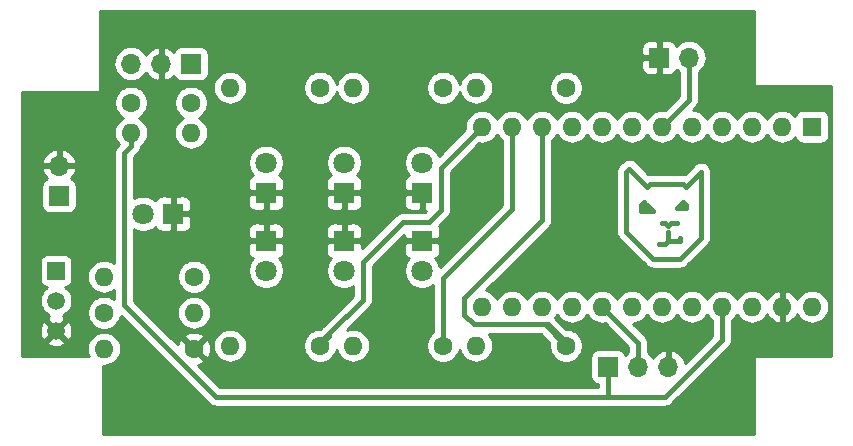
<source format=gbr>
G04 #@! TF.GenerationSoftware,KiCad,Pcbnew,(5.1.0)-1*
G04 #@! TF.CreationDate,2020-10-23T23:32:41+03:00*
G04 #@! TF.ProjectId,kitchen_sink,6b697463-6865-46e5-9f73-696e6b2e6b69,rev?*
G04 #@! TF.SameCoordinates,Original*
G04 #@! TF.FileFunction,Copper,L2,Bot*
G04 #@! TF.FilePolarity,Positive*
%FSLAX46Y46*%
G04 Gerber Fmt 4.6, Leading zero omitted, Abs format (unit mm)*
G04 Created by KiCad (PCBNEW (5.1.0)-1) date 2020-10-23 23:32:41*
%MOMM*%
%LPD*%
G04 APERTURE LIST*
%ADD10C,1.600000*%
%ADD11O,1.600000X1.600000*%
%ADD12R,1.700000X1.700000*%
%ADD13O,1.700000X1.700000*%
%ADD14R,1.800000X1.800000*%
%ADD15C,1.800000*%
%ADD16R,1.500000X1.500000*%
%ADD17C,1.500000*%
%ADD18R,1.600000X1.600000*%
%ADD19C,0.400000*%
%ADD20C,0.254000*%
G04 APERTURE END LIST*
D10*
X122936000Y-85344000D03*
D11*
X115316000Y-85344000D03*
D12*
X80010000Y-94488000D03*
D13*
X80010000Y-91948000D03*
D11*
X86106000Y-89154000D03*
D10*
X86106000Y-86614000D03*
D11*
X91186000Y-89154000D03*
D10*
X91186000Y-86614000D03*
D14*
X97536000Y-98298000D03*
D15*
X97536000Y-100838000D03*
D13*
X133350000Y-82804000D03*
D12*
X130810000Y-82804000D03*
D11*
X94488000Y-85344000D03*
D10*
X102108000Y-85344000D03*
X122936000Y-107188000D03*
D11*
X115316000Y-107188000D03*
X104902000Y-85344000D03*
D10*
X112522000Y-85344000D03*
X112522000Y-107188000D03*
D11*
X104902000Y-107188000D03*
X94488000Y-107188000D03*
D10*
X102108000Y-107188000D03*
X91440000Y-107442000D03*
D11*
X83820000Y-107442000D03*
D16*
X79756000Y-100838000D03*
D17*
X79756000Y-105918000D03*
X79756000Y-103378000D03*
D18*
X143764000Y-88646000D03*
D11*
X115824000Y-103886000D03*
X141224000Y-88646000D03*
X118364000Y-103886000D03*
X138684000Y-88646000D03*
X120904000Y-103886000D03*
X136144000Y-88646000D03*
X123444000Y-103886000D03*
X133604000Y-88646000D03*
X125984000Y-103886000D03*
X131064000Y-88646000D03*
X128524000Y-103886000D03*
X128524000Y-88646000D03*
X131064000Y-103886000D03*
X125984000Y-88646000D03*
X133604000Y-103886000D03*
X123444000Y-88646000D03*
X136144000Y-103886000D03*
X120904000Y-88646000D03*
X138684000Y-103886000D03*
X118364000Y-88646000D03*
X141224000Y-103886000D03*
X115824000Y-88646000D03*
X143764000Y-103886000D03*
D15*
X110744000Y-91694000D03*
D14*
X110744000Y-94234000D03*
D15*
X104140000Y-91694000D03*
D14*
X104140000Y-94234000D03*
X97536000Y-94234000D03*
D15*
X97536000Y-91694000D03*
D14*
X110744000Y-98298000D03*
D15*
X110744000Y-100838000D03*
X104140000Y-100838000D03*
D14*
X104140000Y-98298000D03*
X89662000Y-96012000D03*
D15*
X87122000Y-96012000D03*
D12*
X91186000Y-83312000D03*
D13*
X88646000Y-83312000D03*
X86106000Y-83312000D03*
X131572000Y-108966000D03*
X129032000Y-108966000D03*
D12*
X126492000Y-108966000D03*
D11*
X91440000Y-104394000D03*
D10*
X83820000Y-104394000D03*
X91440000Y-101346000D03*
D11*
X83820000Y-101346000D03*
D19*
X128524000Y-92456000D02*
X128270000Y-92202000D01*
X129794000Y-93726000D02*
X128524000Y-92456000D01*
X132842000Y-93472000D02*
X130048000Y-93472000D01*
X130048000Y-93472000D02*
X129794000Y-93726000D01*
X133096000Y-93726000D02*
X132842000Y-93472000D01*
X134366000Y-92456000D02*
X133096000Y-93726000D01*
X128270000Y-92202000D02*
X128016000Y-92456000D01*
X128016000Y-97536000D02*
X130302000Y-99822000D01*
X130302000Y-99822000D02*
X132588000Y-99822000D01*
X128016000Y-92456000D02*
X128016000Y-97536000D01*
X132588000Y-99822000D02*
X134366000Y-98044000D01*
X134366000Y-98044000D02*
X134366000Y-92456000D01*
X132334000Y-95504000D02*
X133096000Y-95504000D01*
X133096000Y-95504000D02*
X133096000Y-95250000D01*
X133096000Y-95250000D02*
X132842000Y-94996000D01*
X132842000Y-94996000D02*
X132334000Y-95504000D01*
X129540000Y-94996000D02*
X129286000Y-95250000D01*
X129286000Y-95250000D02*
X129286000Y-95758000D01*
X131572000Y-98044000D02*
X131572000Y-97536000D01*
X131572000Y-98044000D02*
X131572000Y-98298000D01*
X131572000Y-98298000D02*
X131318000Y-98552000D01*
X131318000Y-98552000D02*
X130810000Y-98552000D01*
X131572000Y-98298000D02*
X132080000Y-98298000D01*
X132080000Y-98298000D02*
X132588000Y-98298000D01*
X132588000Y-98298000D02*
X132588000Y-98044000D01*
X131572000Y-97028000D02*
X131318000Y-96774000D01*
X131064000Y-96774000D02*
X131318000Y-96774000D01*
X131826000Y-96774000D02*
X131572000Y-97028000D01*
X131826000Y-96774000D02*
X132334000Y-96774000D01*
X129286000Y-95758000D02*
X130302000Y-95758000D01*
X129794000Y-95250000D02*
X129540000Y-95504000D01*
X130302000Y-95758000D02*
X129794000Y-95250000D01*
X129032000Y-106934000D02*
X125984000Y-103886000D01*
X129032000Y-108966000D02*
X129032000Y-106934000D01*
X133350000Y-86360000D02*
X133350000Y-82804000D01*
X131064000Y-88646000D02*
X133350000Y-86360000D01*
X136144000Y-105017370D02*
X136144000Y-103886000D01*
X126492000Y-108966000D02*
X126492000Y-111506000D01*
X126492000Y-111506000D02*
X131326002Y-111506000D01*
X136144000Y-106688002D02*
X136144000Y-105017370D01*
X131326002Y-111506000D02*
X136144000Y-106688002D01*
X93283998Y-111506000D02*
X85521999Y-103744001D01*
X126492000Y-111506000D02*
X93283998Y-111506000D01*
X86106000Y-90285370D02*
X86106000Y-89154000D01*
X85521999Y-90869371D02*
X86106000Y-90285370D01*
X85521999Y-103744001D02*
X85521999Y-90869371D01*
X121388001Y-105386001D02*
X122136001Y-106134001D01*
X122136001Y-106134001D02*
X122936000Y-106934000D01*
X114323999Y-104606001D02*
X115103999Y-105386001D01*
X114323999Y-103165999D02*
X114323999Y-104606001D01*
X120904000Y-96585998D02*
X114323999Y-103165999D01*
X120904000Y-88646000D02*
X120904000Y-96585998D01*
X121134001Y-105386001D02*
X120673999Y-105386001D01*
X122936000Y-107188000D02*
X121134001Y-105386001D01*
X115103999Y-105386001D02*
X120673999Y-105386001D01*
X120673999Y-105386001D02*
X121388001Y-105386001D01*
X112522000Y-105802630D02*
X112522000Y-106934000D01*
X118364000Y-95586002D02*
X112522000Y-101428002D01*
X118364000Y-88646000D02*
X118364000Y-95586002D01*
X112522000Y-107188000D02*
X112522000Y-104902000D01*
X112522000Y-101428002D02*
X112522000Y-104902000D01*
X112522000Y-104902000D02*
X112522000Y-105802630D01*
X102907999Y-106134001D02*
X102108000Y-106934000D01*
X112344001Y-92125999D02*
X115824000Y-88646000D01*
X112344001Y-95694001D02*
X112344001Y-92125999D01*
X111340003Y-96697999D02*
X112344001Y-95694001D01*
X102108000Y-107188000D02*
X102907999Y-106388001D01*
X102907999Y-106388001D02*
X102907999Y-106134001D01*
X105740001Y-103301999D02*
X105740001Y-100069999D01*
X105740001Y-100069999D02*
X109112001Y-96697999D01*
X102907999Y-106134001D02*
X105740001Y-103301999D01*
X109112001Y-96697999D02*
X111340003Y-96697999D01*
D20*
G36*
X138811000Y-85090000D02*
G01*
X138813440Y-85114776D01*
X138820667Y-85138601D01*
X138832403Y-85160557D01*
X138848197Y-85179803D01*
X138867443Y-85195597D01*
X138889399Y-85207333D01*
X138913224Y-85214560D01*
X138938000Y-85217000D01*
X145390000Y-85217000D01*
X145390001Y-108077000D01*
X138938000Y-108077000D01*
X138913224Y-108079440D01*
X138889399Y-108086667D01*
X138867443Y-108098403D01*
X138848197Y-108114197D01*
X138832403Y-108133443D01*
X138820667Y-108155399D01*
X138813440Y-108179224D01*
X138811000Y-108204000D01*
X138811000Y-114656000D01*
X83693000Y-114656000D01*
X83693000Y-108871434D01*
X83749508Y-108877000D01*
X83890492Y-108877000D01*
X84101309Y-108856236D01*
X84371808Y-108774182D01*
X84621101Y-108640932D01*
X84839608Y-108461608D01*
X85018932Y-108243101D01*
X85152182Y-107993808D01*
X85234236Y-107723309D01*
X85261943Y-107442000D01*
X85234236Y-107160691D01*
X85152182Y-106890192D01*
X85018932Y-106640899D01*
X84839608Y-106422392D01*
X84621101Y-106243068D01*
X84371808Y-106109818D01*
X84101309Y-106027764D01*
X83890492Y-106007000D01*
X83749508Y-106007000D01*
X83538691Y-106027764D01*
X83268192Y-106109818D01*
X83018899Y-106243068D01*
X82800392Y-106422392D01*
X82621068Y-106640899D01*
X82487818Y-106890192D01*
X82405764Y-107160691D01*
X82378057Y-107442000D01*
X82405764Y-107723309D01*
X82487818Y-107993808D01*
X82532285Y-108077000D01*
X76860000Y-108077000D01*
X76860000Y-106874993D01*
X78978612Y-106874993D01*
X79044137Y-107113860D01*
X79291116Y-107229760D01*
X79555960Y-107295250D01*
X79828492Y-107307812D01*
X80098238Y-107266965D01*
X80354832Y-107174277D01*
X80467863Y-107113860D01*
X80533388Y-106874993D01*
X79756000Y-106097605D01*
X78978612Y-106874993D01*
X76860000Y-106874993D01*
X76860000Y-105990492D01*
X78366188Y-105990492D01*
X78407035Y-106260238D01*
X78499723Y-106516832D01*
X78560140Y-106629863D01*
X78799007Y-106695388D01*
X79576395Y-105918000D01*
X79935605Y-105918000D01*
X80712993Y-106695388D01*
X80951860Y-106629863D01*
X81067760Y-106382884D01*
X81133250Y-106118040D01*
X81145812Y-105845508D01*
X81104965Y-105575762D01*
X81012277Y-105319168D01*
X80951860Y-105206137D01*
X80712993Y-105140612D01*
X79935605Y-105918000D01*
X79576395Y-105918000D01*
X78799007Y-105140612D01*
X78560140Y-105206137D01*
X78444240Y-105453116D01*
X78378750Y-105717960D01*
X78366188Y-105990492D01*
X76860000Y-105990492D01*
X76860000Y-100088000D01*
X78367928Y-100088000D01*
X78367928Y-101588000D01*
X78380188Y-101712482D01*
X78416498Y-101832180D01*
X78475463Y-101942494D01*
X78554815Y-102039185D01*
X78651506Y-102118537D01*
X78761820Y-102177502D01*
X78881518Y-102213812D01*
X78989483Y-102224445D01*
X78873114Y-102302201D01*
X78680201Y-102495114D01*
X78528629Y-102721957D01*
X78424225Y-102974011D01*
X78371000Y-103241589D01*
X78371000Y-103514411D01*
X78424225Y-103781989D01*
X78528629Y-104034043D01*
X78680201Y-104260886D01*
X78873114Y-104453799D01*
X79099957Y-104605371D01*
X79199279Y-104646511D01*
X79157168Y-104661723D01*
X79044137Y-104722140D01*
X78978612Y-104961007D01*
X79756000Y-105738395D01*
X80533388Y-104961007D01*
X80467863Y-104722140D01*
X80309523Y-104647836D01*
X80412043Y-104605371D01*
X80638886Y-104453799D01*
X80831799Y-104260886D01*
X80983371Y-104034043D01*
X81087775Y-103781989D01*
X81141000Y-103514411D01*
X81141000Y-103241589D01*
X81087775Y-102974011D01*
X80983371Y-102721957D01*
X80831799Y-102495114D01*
X80638886Y-102302201D01*
X80522517Y-102224445D01*
X80630482Y-102213812D01*
X80750180Y-102177502D01*
X80860494Y-102118537D01*
X80957185Y-102039185D01*
X81036537Y-101942494D01*
X81095502Y-101832180D01*
X81131812Y-101712482D01*
X81144072Y-101588000D01*
X81144072Y-101346000D01*
X82378057Y-101346000D01*
X82405764Y-101627309D01*
X82487818Y-101897808D01*
X82621068Y-102147101D01*
X82800392Y-102365608D01*
X83018899Y-102544932D01*
X83268192Y-102678182D01*
X83538691Y-102760236D01*
X83749508Y-102781000D01*
X83890492Y-102781000D01*
X84101309Y-102760236D01*
X84371808Y-102678182D01*
X84621101Y-102544932D01*
X84686999Y-102490851D01*
X84686999Y-103247451D01*
X84499727Y-103122320D01*
X84238574Y-103014147D01*
X83961335Y-102959000D01*
X83678665Y-102959000D01*
X83401426Y-103014147D01*
X83140273Y-103122320D01*
X82905241Y-103279363D01*
X82705363Y-103479241D01*
X82548320Y-103714273D01*
X82440147Y-103975426D01*
X82385000Y-104252665D01*
X82385000Y-104535335D01*
X82440147Y-104812574D01*
X82548320Y-105073727D01*
X82705363Y-105308759D01*
X82905241Y-105508637D01*
X83140273Y-105665680D01*
X83401426Y-105773853D01*
X83678665Y-105829000D01*
X83961335Y-105829000D01*
X84238574Y-105773853D01*
X84499727Y-105665680D01*
X84734759Y-105508637D01*
X84934637Y-105308759D01*
X85091680Y-105073727D01*
X85199853Y-104812574D01*
X85234670Y-104637539D01*
X92664557Y-112067427D01*
X92690707Y-112099291D01*
X92817852Y-112203636D01*
X92962911Y-112281172D01*
X93120309Y-112328918D01*
X93242979Y-112341000D01*
X93242989Y-112341000D01*
X93283997Y-112345039D01*
X93325005Y-112341000D01*
X126450982Y-112341000D01*
X126492000Y-112345040D01*
X126533019Y-112341000D01*
X131284984Y-112341000D01*
X131326002Y-112345040D01*
X131367020Y-112341000D01*
X131367021Y-112341000D01*
X131489691Y-112328918D01*
X131647089Y-112281172D01*
X131792148Y-112203636D01*
X131919293Y-112099291D01*
X131945448Y-112067421D01*
X136705428Y-107307442D01*
X136737291Y-107281293D01*
X136841636Y-107154148D01*
X136919172Y-107009089D01*
X136966918Y-106851691D01*
X136979000Y-106729021D01*
X136979000Y-106729020D01*
X136983040Y-106688003D01*
X136979000Y-106646984D01*
X136979000Y-105057112D01*
X137163608Y-104905608D01*
X137342932Y-104687101D01*
X137414000Y-104554142D01*
X137485068Y-104687101D01*
X137664392Y-104905608D01*
X137882899Y-105084932D01*
X138132192Y-105218182D01*
X138402691Y-105300236D01*
X138613508Y-105321000D01*
X138754492Y-105321000D01*
X138965309Y-105300236D01*
X139235808Y-105218182D01*
X139485101Y-105084932D01*
X139703608Y-104905608D01*
X139882932Y-104687101D01*
X139956579Y-104549318D01*
X140071615Y-104741131D01*
X140260586Y-104949519D01*
X140486580Y-105117037D01*
X140740913Y-105237246D01*
X140874961Y-105277904D01*
X141097000Y-105155915D01*
X141097000Y-104013000D01*
X141077000Y-104013000D01*
X141077000Y-103759000D01*
X141097000Y-103759000D01*
X141097000Y-102616085D01*
X141351000Y-102616085D01*
X141351000Y-103759000D01*
X141371000Y-103759000D01*
X141371000Y-104013000D01*
X141351000Y-104013000D01*
X141351000Y-105155915D01*
X141573039Y-105277904D01*
X141707087Y-105237246D01*
X141961420Y-105117037D01*
X142187414Y-104949519D01*
X142376385Y-104741131D01*
X142491421Y-104549318D01*
X142565068Y-104687101D01*
X142744392Y-104905608D01*
X142962899Y-105084932D01*
X143212192Y-105218182D01*
X143482691Y-105300236D01*
X143693508Y-105321000D01*
X143834492Y-105321000D01*
X144045309Y-105300236D01*
X144315808Y-105218182D01*
X144565101Y-105084932D01*
X144783608Y-104905608D01*
X144962932Y-104687101D01*
X145096182Y-104437808D01*
X145178236Y-104167309D01*
X145205943Y-103886000D01*
X145178236Y-103604691D01*
X145096182Y-103334192D01*
X144962932Y-103084899D01*
X144783608Y-102866392D01*
X144565101Y-102687068D01*
X144315808Y-102553818D01*
X144045309Y-102471764D01*
X143834492Y-102451000D01*
X143693508Y-102451000D01*
X143482691Y-102471764D01*
X143212192Y-102553818D01*
X142962899Y-102687068D01*
X142744392Y-102866392D01*
X142565068Y-103084899D01*
X142491421Y-103222682D01*
X142376385Y-103030869D01*
X142187414Y-102822481D01*
X141961420Y-102654963D01*
X141707087Y-102534754D01*
X141573039Y-102494096D01*
X141351000Y-102616085D01*
X141097000Y-102616085D01*
X140874961Y-102494096D01*
X140740913Y-102534754D01*
X140486580Y-102654963D01*
X140260586Y-102822481D01*
X140071615Y-103030869D01*
X139956579Y-103222682D01*
X139882932Y-103084899D01*
X139703608Y-102866392D01*
X139485101Y-102687068D01*
X139235808Y-102553818D01*
X138965309Y-102471764D01*
X138754492Y-102451000D01*
X138613508Y-102451000D01*
X138402691Y-102471764D01*
X138132192Y-102553818D01*
X137882899Y-102687068D01*
X137664392Y-102866392D01*
X137485068Y-103084899D01*
X137414000Y-103217858D01*
X137342932Y-103084899D01*
X137163608Y-102866392D01*
X136945101Y-102687068D01*
X136695808Y-102553818D01*
X136425309Y-102471764D01*
X136214492Y-102451000D01*
X136073508Y-102451000D01*
X135862691Y-102471764D01*
X135592192Y-102553818D01*
X135342899Y-102687068D01*
X135124392Y-102866392D01*
X134945068Y-103084899D01*
X134874000Y-103217858D01*
X134802932Y-103084899D01*
X134623608Y-102866392D01*
X134405101Y-102687068D01*
X134155808Y-102553818D01*
X133885309Y-102471764D01*
X133674492Y-102451000D01*
X133533508Y-102451000D01*
X133322691Y-102471764D01*
X133052192Y-102553818D01*
X132802899Y-102687068D01*
X132584392Y-102866392D01*
X132405068Y-103084899D01*
X132334000Y-103217858D01*
X132262932Y-103084899D01*
X132083608Y-102866392D01*
X131865101Y-102687068D01*
X131615808Y-102553818D01*
X131345309Y-102471764D01*
X131134492Y-102451000D01*
X130993508Y-102451000D01*
X130782691Y-102471764D01*
X130512192Y-102553818D01*
X130262899Y-102687068D01*
X130044392Y-102866392D01*
X129865068Y-103084899D01*
X129794000Y-103217858D01*
X129722932Y-103084899D01*
X129543608Y-102866392D01*
X129325101Y-102687068D01*
X129075808Y-102553818D01*
X128805309Y-102471764D01*
X128594492Y-102451000D01*
X128453508Y-102451000D01*
X128242691Y-102471764D01*
X127972192Y-102553818D01*
X127722899Y-102687068D01*
X127504392Y-102866392D01*
X127325068Y-103084899D01*
X127254000Y-103217858D01*
X127182932Y-103084899D01*
X127003608Y-102866392D01*
X126785101Y-102687068D01*
X126535808Y-102553818D01*
X126265309Y-102471764D01*
X126054492Y-102451000D01*
X125913508Y-102451000D01*
X125702691Y-102471764D01*
X125432192Y-102553818D01*
X125182899Y-102687068D01*
X124964392Y-102866392D01*
X124785068Y-103084899D01*
X124714000Y-103217858D01*
X124642932Y-103084899D01*
X124463608Y-102866392D01*
X124245101Y-102687068D01*
X123995808Y-102553818D01*
X123725309Y-102471764D01*
X123514492Y-102451000D01*
X123373508Y-102451000D01*
X123162691Y-102471764D01*
X122892192Y-102553818D01*
X122642899Y-102687068D01*
X122424392Y-102866392D01*
X122245068Y-103084899D01*
X122174000Y-103217858D01*
X122102932Y-103084899D01*
X121923608Y-102866392D01*
X121705101Y-102687068D01*
X121455808Y-102553818D01*
X121185309Y-102471764D01*
X120974492Y-102451000D01*
X120833508Y-102451000D01*
X120622691Y-102471764D01*
X120352192Y-102553818D01*
X120102899Y-102687068D01*
X119884392Y-102866392D01*
X119705068Y-103084899D01*
X119634000Y-103217858D01*
X119562932Y-103084899D01*
X119383608Y-102866392D01*
X119165101Y-102687068D01*
X118915808Y-102553818D01*
X118645309Y-102471764D01*
X118434492Y-102451000D01*
X118293508Y-102451000D01*
X118082691Y-102471764D01*
X117812192Y-102553818D01*
X117562899Y-102687068D01*
X117344392Y-102866392D01*
X117165068Y-103084899D01*
X117094000Y-103217858D01*
X117022932Y-103084899D01*
X116843608Y-102866392D01*
X116625101Y-102687068D01*
X116375808Y-102553818D01*
X116177272Y-102493593D01*
X121465432Y-97205435D01*
X121497291Y-97179289D01*
X121566395Y-97095086D01*
X121601636Y-97052144D01*
X121679172Y-96907085D01*
X121720092Y-96772188D01*
X121726918Y-96749687D01*
X121739000Y-96627017D01*
X121739000Y-96627016D01*
X121743040Y-96585998D01*
X121739000Y-96544980D01*
X121739000Y-92456000D01*
X127176960Y-92456000D01*
X127181000Y-92497019D01*
X127181001Y-97494972D01*
X127176960Y-97536000D01*
X127193082Y-97699688D01*
X127240828Y-97857086D01*
X127304878Y-97976914D01*
X127318365Y-98002146D01*
X127422710Y-98129291D01*
X127454574Y-98155441D01*
X129682559Y-100383427D01*
X129708709Y-100415291D01*
X129835854Y-100519636D01*
X129980913Y-100597172D01*
X130138311Y-100644918D01*
X130301999Y-100661040D01*
X130343018Y-100657000D01*
X132546982Y-100657000D01*
X132588000Y-100661040D01*
X132629018Y-100657000D01*
X132629019Y-100657000D01*
X132751689Y-100644918D01*
X132909087Y-100597172D01*
X133054146Y-100519636D01*
X133181291Y-100415291D01*
X133207446Y-100383421D01*
X134927433Y-98663436D01*
X134959291Y-98637291D01*
X135029288Y-98552000D01*
X135063636Y-98510146D01*
X135141172Y-98365087D01*
X135161522Y-98298001D01*
X135188918Y-98207689D01*
X135201000Y-98085019D01*
X135201000Y-98085018D01*
X135205040Y-98044000D01*
X135201000Y-98002981D01*
X135201000Y-92497017D01*
X135205040Y-92456001D01*
X135201000Y-92414981D01*
X135188918Y-92292311D01*
X135141172Y-92134913D01*
X135063636Y-91989854D01*
X134959291Y-91862709D01*
X134832146Y-91758364D01*
X134687087Y-91680828D01*
X134529689Y-91633082D01*
X134366000Y-91616960D01*
X134365999Y-91616960D01*
X134349877Y-91618548D01*
X134202312Y-91633082D01*
X134092659Y-91666345D01*
X134044913Y-91680828D01*
X133899854Y-91758364D01*
X133804570Y-91836562D01*
X133772710Y-91862709D01*
X133746564Y-91894568D01*
X132993273Y-92647859D01*
X132883019Y-92637000D01*
X132883018Y-92637000D01*
X132842000Y-92632960D01*
X132800982Y-92637000D01*
X130089015Y-92637000D01*
X130047999Y-92632960D01*
X130006983Y-92637000D01*
X130006981Y-92637000D01*
X129896727Y-92647859D01*
X129085429Y-91836562D01*
X128889437Y-91640570D01*
X128863290Y-91608710D01*
X128736145Y-91504364D01*
X128591086Y-91426828D01*
X128433688Y-91379082D01*
X128270000Y-91362960D01*
X128269999Y-91362960D01*
X128253877Y-91364548D01*
X128106312Y-91379082D01*
X127948914Y-91426828D01*
X127803855Y-91504364D01*
X127676710Y-91608710D01*
X127650563Y-91640570D01*
X127454579Y-91836554D01*
X127422709Y-91862709D01*
X127340969Y-91962311D01*
X127318364Y-91989855D01*
X127240828Y-92134914D01*
X127193082Y-92292312D01*
X127176960Y-92456000D01*
X121739000Y-92456000D01*
X121739000Y-89817112D01*
X121923608Y-89665608D01*
X122102932Y-89447101D01*
X122174000Y-89314142D01*
X122245068Y-89447101D01*
X122424392Y-89665608D01*
X122642899Y-89844932D01*
X122892192Y-89978182D01*
X123162691Y-90060236D01*
X123373508Y-90081000D01*
X123514492Y-90081000D01*
X123725309Y-90060236D01*
X123995808Y-89978182D01*
X124245101Y-89844932D01*
X124463608Y-89665608D01*
X124642932Y-89447101D01*
X124714000Y-89314142D01*
X124785068Y-89447101D01*
X124964392Y-89665608D01*
X125182899Y-89844932D01*
X125432192Y-89978182D01*
X125702691Y-90060236D01*
X125913508Y-90081000D01*
X126054492Y-90081000D01*
X126265309Y-90060236D01*
X126535808Y-89978182D01*
X126785101Y-89844932D01*
X127003608Y-89665608D01*
X127182932Y-89447101D01*
X127254000Y-89314142D01*
X127325068Y-89447101D01*
X127504392Y-89665608D01*
X127722899Y-89844932D01*
X127972192Y-89978182D01*
X128242691Y-90060236D01*
X128453508Y-90081000D01*
X128594492Y-90081000D01*
X128805309Y-90060236D01*
X129075808Y-89978182D01*
X129325101Y-89844932D01*
X129543608Y-89665608D01*
X129722932Y-89447101D01*
X129794000Y-89314142D01*
X129865068Y-89447101D01*
X130044392Y-89665608D01*
X130262899Y-89844932D01*
X130512192Y-89978182D01*
X130782691Y-90060236D01*
X130993508Y-90081000D01*
X131134492Y-90081000D01*
X131345309Y-90060236D01*
X131615808Y-89978182D01*
X131865101Y-89844932D01*
X132083608Y-89665608D01*
X132262932Y-89447101D01*
X132334000Y-89314142D01*
X132405068Y-89447101D01*
X132584392Y-89665608D01*
X132802899Y-89844932D01*
X133052192Y-89978182D01*
X133322691Y-90060236D01*
X133533508Y-90081000D01*
X133674492Y-90081000D01*
X133885309Y-90060236D01*
X134155808Y-89978182D01*
X134405101Y-89844932D01*
X134623608Y-89665608D01*
X134802932Y-89447101D01*
X134874000Y-89314142D01*
X134945068Y-89447101D01*
X135124392Y-89665608D01*
X135342899Y-89844932D01*
X135592192Y-89978182D01*
X135862691Y-90060236D01*
X136073508Y-90081000D01*
X136214492Y-90081000D01*
X136425309Y-90060236D01*
X136695808Y-89978182D01*
X136945101Y-89844932D01*
X137163608Y-89665608D01*
X137342932Y-89447101D01*
X137414000Y-89314142D01*
X137485068Y-89447101D01*
X137664392Y-89665608D01*
X137882899Y-89844932D01*
X138132192Y-89978182D01*
X138402691Y-90060236D01*
X138613508Y-90081000D01*
X138754492Y-90081000D01*
X138965309Y-90060236D01*
X139235808Y-89978182D01*
X139485101Y-89844932D01*
X139703608Y-89665608D01*
X139882932Y-89447101D01*
X139954000Y-89314142D01*
X140025068Y-89447101D01*
X140204392Y-89665608D01*
X140422899Y-89844932D01*
X140672192Y-89978182D01*
X140942691Y-90060236D01*
X141153508Y-90081000D01*
X141294492Y-90081000D01*
X141505309Y-90060236D01*
X141775808Y-89978182D01*
X142025101Y-89844932D01*
X142243608Y-89665608D01*
X142336419Y-89552518D01*
X142338188Y-89570482D01*
X142374498Y-89690180D01*
X142433463Y-89800494D01*
X142512815Y-89897185D01*
X142609506Y-89976537D01*
X142719820Y-90035502D01*
X142839518Y-90071812D01*
X142964000Y-90084072D01*
X144564000Y-90084072D01*
X144688482Y-90071812D01*
X144808180Y-90035502D01*
X144918494Y-89976537D01*
X145015185Y-89897185D01*
X145094537Y-89800494D01*
X145153502Y-89690180D01*
X145189812Y-89570482D01*
X145202072Y-89446000D01*
X145202072Y-87846000D01*
X145189812Y-87721518D01*
X145153502Y-87601820D01*
X145094537Y-87491506D01*
X145015185Y-87394815D01*
X144918494Y-87315463D01*
X144808180Y-87256498D01*
X144688482Y-87220188D01*
X144564000Y-87207928D01*
X142964000Y-87207928D01*
X142839518Y-87220188D01*
X142719820Y-87256498D01*
X142609506Y-87315463D01*
X142512815Y-87394815D01*
X142433463Y-87491506D01*
X142374498Y-87601820D01*
X142338188Y-87721518D01*
X142336419Y-87739482D01*
X142243608Y-87626392D01*
X142025101Y-87447068D01*
X141775808Y-87313818D01*
X141505309Y-87231764D01*
X141294492Y-87211000D01*
X141153508Y-87211000D01*
X140942691Y-87231764D01*
X140672192Y-87313818D01*
X140422899Y-87447068D01*
X140204392Y-87626392D01*
X140025068Y-87844899D01*
X139954000Y-87977858D01*
X139882932Y-87844899D01*
X139703608Y-87626392D01*
X139485101Y-87447068D01*
X139235808Y-87313818D01*
X138965309Y-87231764D01*
X138754492Y-87211000D01*
X138613508Y-87211000D01*
X138402691Y-87231764D01*
X138132192Y-87313818D01*
X137882899Y-87447068D01*
X137664392Y-87626392D01*
X137485068Y-87844899D01*
X137414000Y-87977858D01*
X137342932Y-87844899D01*
X137163608Y-87626392D01*
X136945101Y-87447068D01*
X136695808Y-87313818D01*
X136425309Y-87231764D01*
X136214492Y-87211000D01*
X136073508Y-87211000D01*
X135862691Y-87231764D01*
X135592192Y-87313818D01*
X135342899Y-87447068D01*
X135124392Y-87626392D01*
X134945068Y-87844899D01*
X134874000Y-87977858D01*
X134802932Y-87844899D01*
X134623608Y-87626392D01*
X134405101Y-87447068D01*
X134155808Y-87313818D01*
X133885309Y-87231764D01*
X133679386Y-87211482D01*
X133911428Y-86979440D01*
X133943291Y-86953291D01*
X134047636Y-86826146D01*
X134125172Y-86681087D01*
X134172918Y-86523689D01*
X134185000Y-86401019D01*
X134185000Y-86401018D01*
X134189040Y-86360001D01*
X134185000Y-86318982D01*
X134185000Y-84039793D01*
X134405134Y-83859134D01*
X134590706Y-83633014D01*
X134728599Y-83375034D01*
X134813513Y-83095111D01*
X134842185Y-82804000D01*
X134813513Y-82512889D01*
X134728599Y-82232966D01*
X134590706Y-81974986D01*
X134405134Y-81748866D01*
X134179014Y-81563294D01*
X133921034Y-81425401D01*
X133641111Y-81340487D01*
X133422950Y-81319000D01*
X133277050Y-81319000D01*
X133058889Y-81340487D01*
X132778966Y-81425401D01*
X132520986Y-81563294D01*
X132294866Y-81748866D01*
X132270393Y-81778687D01*
X132249502Y-81709820D01*
X132190537Y-81599506D01*
X132111185Y-81502815D01*
X132014494Y-81423463D01*
X131904180Y-81364498D01*
X131784482Y-81328188D01*
X131660000Y-81315928D01*
X131095750Y-81319000D01*
X130937000Y-81477750D01*
X130937000Y-82677000D01*
X130957000Y-82677000D01*
X130957000Y-82931000D01*
X130937000Y-82931000D01*
X130937000Y-84130250D01*
X131095750Y-84289000D01*
X131660000Y-84292072D01*
X131784482Y-84279812D01*
X131904180Y-84243502D01*
X132014494Y-84184537D01*
X132111185Y-84105185D01*
X132190537Y-84008494D01*
X132249502Y-83898180D01*
X132270393Y-83829313D01*
X132294866Y-83859134D01*
X132515001Y-84039794D01*
X132515000Y-86014132D01*
X131301667Y-87227466D01*
X131134492Y-87211000D01*
X130993508Y-87211000D01*
X130782691Y-87231764D01*
X130512192Y-87313818D01*
X130262899Y-87447068D01*
X130044392Y-87626392D01*
X129865068Y-87844899D01*
X129794000Y-87977858D01*
X129722932Y-87844899D01*
X129543608Y-87626392D01*
X129325101Y-87447068D01*
X129075808Y-87313818D01*
X128805309Y-87231764D01*
X128594492Y-87211000D01*
X128453508Y-87211000D01*
X128242691Y-87231764D01*
X127972192Y-87313818D01*
X127722899Y-87447068D01*
X127504392Y-87626392D01*
X127325068Y-87844899D01*
X127254000Y-87977858D01*
X127182932Y-87844899D01*
X127003608Y-87626392D01*
X126785101Y-87447068D01*
X126535808Y-87313818D01*
X126265309Y-87231764D01*
X126054492Y-87211000D01*
X125913508Y-87211000D01*
X125702691Y-87231764D01*
X125432192Y-87313818D01*
X125182899Y-87447068D01*
X124964392Y-87626392D01*
X124785068Y-87844899D01*
X124714000Y-87977858D01*
X124642932Y-87844899D01*
X124463608Y-87626392D01*
X124245101Y-87447068D01*
X123995808Y-87313818D01*
X123725309Y-87231764D01*
X123514492Y-87211000D01*
X123373508Y-87211000D01*
X123162691Y-87231764D01*
X122892192Y-87313818D01*
X122642899Y-87447068D01*
X122424392Y-87626392D01*
X122245068Y-87844899D01*
X122174000Y-87977858D01*
X122102932Y-87844899D01*
X121923608Y-87626392D01*
X121705101Y-87447068D01*
X121455808Y-87313818D01*
X121185309Y-87231764D01*
X120974492Y-87211000D01*
X120833508Y-87211000D01*
X120622691Y-87231764D01*
X120352192Y-87313818D01*
X120102899Y-87447068D01*
X119884392Y-87626392D01*
X119705068Y-87844899D01*
X119634000Y-87977858D01*
X119562932Y-87844899D01*
X119383608Y-87626392D01*
X119165101Y-87447068D01*
X118915808Y-87313818D01*
X118645309Y-87231764D01*
X118434492Y-87211000D01*
X118293508Y-87211000D01*
X118082691Y-87231764D01*
X117812192Y-87313818D01*
X117562899Y-87447068D01*
X117344392Y-87626392D01*
X117165068Y-87844899D01*
X117094000Y-87977858D01*
X117022932Y-87844899D01*
X116843608Y-87626392D01*
X116625101Y-87447068D01*
X116375808Y-87313818D01*
X116105309Y-87231764D01*
X115894492Y-87211000D01*
X115753508Y-87211000D01*
X115542691Y-87231764D01*
X115272192Y-87313818D01*
X115022899Y-87447068D01*
X114804392Y-87626392D01*
X114625068Y-87844899D01*
X114491818Y-88094192D01*
X114409764Y-88364691D01*
X114382057Y-88646000D01*
X114405465Y-88883666D01*
X112168129Y-91121004D01*
X112104299Y-90966905D01*
X111936312Y-90715495D01*
X111722505Y-90501688D01*
X111471095Y-90333701D01*
X111191743Y-90217989D01*
X110895184Y-90159000D01*
X110592816Y-90159000D01*
X110296257Y-90217989D01*
X110016905Y-90333701D01*
X109765495Y-90501688D01*
X109551688Y-90715495D01*
X109383701Y-90966905D01*
X109267989Y-91246257D01*
X109209000Y-91542816D01*
X109209000Y-91845184D01*
X109267989Y-92141743D01*
X109383701Y-92421095D01*
X109551688Y-92672505D01*
X109618127Y-92738944D01*
X109599820Y-92744498D01*
X109489506Y-92803463D01*
X109392815Y-92882815D01*
X109313463Y-92979506D01*
X109254498Y-93089820D01*
X109218188Y-93209518D01*
X109205928Y-93334000D01*
X109209000Y-93948250D01*
X109367750Y-94107000D01*
X110617000Y-94107000D01*
X110617000Y-94087000D01*
X110871000Y-94087000D01*
X110871000Y-94107000D01*
X110891000Y-94107000D01*
X110891000Y-94361000D01*
X110871000Y-94361000D01*
X110871000Y-95610250D01*
X111029750Y-95769000D01*
X111087844Y-95769291D01*
X110994135Y-95862999D01*
X109153019Y-95862999D01*
X109112000Y-95858959D01*
X109070982Y-95862999D01*
X108948312Y-95875081D01*
X108790914Y-95922827D01*
X108645855Y-96000363D01*
X108518710Y-96104708D01*
X108492562Y-96136570D01*
X105676843Y-98952290D01*
X105675000Y-98583750D01*
X105516250Y-98425000D01*
X104267000Y-98425000D01*
X104267000Y-98445000D01*
X104013000Y-98445000D01*
X104013000Y-98425000D01*
X102763750Y-98425000D01*
X102605000Y-98583750D01*
X102601928Y-99198000D01*
X102614188Y-99322482D01*
X102650498Y-99442180D01*
X102709463Y-99552494D01*
X102788815Y-99649185D01*
X102885506Y-99728537D01*
X102995820Y-99787502D01*
X103014127Y-99793056D01*
X102947688Y-99859495D01*
X102779701Y-100110905D01*
X102663989Y-100390257D01*
X102605000Y-100686816D01*
X102605000Y-100989184D01*
X102663989Y-101285743D01*
X102779701Y-101565095D01*
X102947688Y-101816505D01*
X103161495Y-102030312D01*
X103412905Y-102198299D01*
X103692257Y-102314011D01*
X103988816Y-102373000D01*
X104291184Y-102373000D01*
X104587743Y-102314011D01*
X104867095Y-102198299D01*
X104905001Y-102172971D01*
X104905001Y-102956130D01*
X102346577Y-105514556D01*
X102314708Y-105540710D01*
X102288560Y-105572572D01*
X102108132Y-105753000D01*
X101966665Y-105753000D01*
X101689426Y-105808147D01*
X101428273Y-105916320D01*
X101193241Y-106073363D01*
X100993363Y-106273241D01*
X100836320Y-106508273D01*
X100728147Y-106769426D01*
X100673000Y-107046665D01*
X100673000Y-107329335D01*
X100728147Y-107606574D01*
X100836320Y-107867727D01*
X100993363Y-108102759D01*
X101193241Y-108302637D01*
X101428273Y-108459680D01*
X101689426Y-108567853D01*
X101966665Y-108623000D01*
X102249335Y-108623000D01*
X102526574Y-108567853D01*
X102787727Y-108459680D01*
X103022759Y-108302637D01*
X103222637Y-108102759D01*
X103379680Y-107867727D01*
X103487853Y-107606574D01*
X103504308Y-107523849D01*
X103569818Y-107739808D01*
X103703068Y-107989101D01*
X103882392Y-108207608D01*
X104100899Y-108386932D01*
X104350192Y-108520182D01*
X104620691Y-108602236D01*
X104831508Y-108623000D01*
X104972492Y-108623000D01*
X105183309Y-108602236D01*
X105453808Y-108520182D01*
X105703101Y-108386932D01*
X105921608Y-108207608D01*
X106100932Y-107989101D01*
X106234182Y-107739808D01*
X106316236Y-107469309D01*
X106343943Y-107188000D01*
X106316236Y-106906691D01*
X106234182Y-106636192D01*
X106100932Y-106386899D01*
X105921608Y-106168392D01*
X105703101Y-105989068D01*
X105453808Y-105855818D01*
X105183309Y-105773764D01*
X104972492Y-105753000D01*
X104831508Y-105753000D01*
X104620691Y-105773764D01*
X104374390Y-105848478D01*
X106301434Y-103921435D01*
X106333292Y-103895290D01*
X106374580Y-103844981D01*
X106437637Y-103768145D01*
X106515173Y-103623086D01*
X106532819Y-103564914D01*
X106562919Y-103465688D01*
X106575001Y-103343018D01*
X106575001Y-103343017D01*
X106579041Y-103301999D01*
X106575001Y-103260981D01*
X106575001Y-100415866D01*
X109207854Y-97783014D01*
X109209000Y-98012250D01*
X109367750Y-98171000D01*
X110617000Y-98171000D01*
X110617000Y-98151000D01*
X110871000Y-98151000D01*
X110871000Y-98171000D01*
X112120250Y-98171000D01*
X112279000Y-98012250D01*
X112282072Y-97398000D01*
X112269812Y-97273518D01*
X112233502Y-97153820D01*
X112174825Y-97044045D01*
X112905434Y-96313437D01*
X112937292Y-96287292D01*
X112989115Y-96224146D01*
X113041637Y-96160147D01*
X113119173Y-96015088D01*
X113157615Y-95888362D01*
X113166919Y-95857690D01*
X113179001Y-95735020D01*
X113179001Y-95735019D01*
X113183041Y-95694001D01*
X113179001Y-95652983D01*
X113179001Y-92471866D01*
X115586334Y-90064535D01*
X115753508Y-90081000D01*
X115894492Y-90081000D01*
X116105309Y-90060236D01*
X116375808Y-89978182D01*
X116625101Y-89844932D01*
X116843608Y-89665608D01*
X117022932Y-89447101D01*
X117094000Y-89314142D01*
X117165068Y-89447101D01*
X117344392Y-89665608D01*
X117529000Y-89817112D01*
X117529001Y-95240132D01*
X112246369Y-100522766D01*
X112220011Y-100390257D01*
X112104299Y-100110905D01*
X111936312Y-99859495D01*
X111869873Y-99793056D01*
X111888180Y-99787502D01*
X111998494Y-99728537D01*
X112095185Y-99649185D01*
X112174537Y-99552494D01*
X112233502Y-99442180D01*
X112269812Y-99322482D01*
X112282072Y-99198000D01*
X112279000Y-98583750D01*
X112120250Y-98425000D01*
X110871000Y-98425000D01*
X110871000Y-98445000D01*
X110617000Y-98445000D01*
X110617000Y-98425000D01*
X109367750Y-98425000D01*
X109209000Y-98583750D01*
X109205928Y-99198000D01*
X109218188Y-99322482D01*
X109254498Y-99442180D01*
X109313463Y-99552494D01*
X109392815Y-99649185D01*
X109489506Y-99728537D01*
X109599820Y-99787502D01*
X109618127Y-99793056D01*
X109551688Y-99859495D01*
X109383701Y-100110905D01*
X109267989Y-100390257D01*
X109209000Y-100686816D01*
X109209000Y-100989184D01*
X109267989Y-101285743D01*
X109383701Y-101565095D01*
X109551688Y-101816505D01*
X109765495Y-102030312D01*
X110016905Y-102198299D01*
X110296257Y-102314011D01*
X110592816Y-102373000D01*
X110895184Y-102373000D01*
X111191743Y-102314011D01*
X111471095Y-102198299D01*
X111687000Y-102054036D01*
X111687001Y-104860972D01*
X111687000Y-104860982D01*
X111687000Y-106020070D01*
X111607241Y-106073363D01*
X111407363Y-106273241D01*
X111250320Y-106508273D01*
X111142147Y-106769426D01*
X111087000Y-107046665D01*
X111087000Y-107329335D01*
X111142147Y-107606574D01*
X111250320Y-107867727D01*
X111407363Y-108102759D01*
X111607241Y-108302637D01*
X111842273Y-108459680D01*
X112103426Y-108567853D01*
X112380665Y-108623000D01*
X112663335Y-108623000D01*
X112940574Y-108567853D01*
X113201727Y-108459680D01*
X113436759Y-108302637D01*
X113636637Y-108102759D01*
X113793680Y-107867727D01*
X113901853Y-107606574D01*
X113918308Y-107523849D01*
X113983818Y-107739808D01*
X114117068Y-107989101D01*
X114296392Y-108207608D01*
X114514899Y-108386932D01*
X114764192Y-108520182D01*
X115034691Y-108602236D01*
X115245508Y-108623000D01*
X115386492Y-108623000D01*
X115597309Y-108602236D01*
X115867808Y-108520182D01*
X116117101Y-108386932D01*
X116335608Y-108207608D01*
X116514932Y-107989101D01*
X116648182Y-107739808D01*
X116730236Y-107469309D01*
X116757943Y-107188000D01*
X116730236Y-106906691D01*
X116648182Y-106636192D01*
X116514932Y-106386899D01*
X116378783Y-106221001D01*
X120788134Y-106221001D01*
X121519715Y-106952582D01*
X121501000Y-107046665D01*
X121501000Y-107329335D01*
X121556147Y-107606574D01*
X121664320Y-107867727D01*
X121821363Y-108102759D01*
X122021241Y-108302637D01*
X122256273Y-108459680D01*
X122517426Y-108567853D01*
X122794665Y-108623000D01*
X123077335Y-108623000D01*
X123354574Y-108567853D01*
X123615727Y-108459680D01*
X123850759Y-108302637D01*
X124050637Y-108102759D01*
X124207680Y-107867727D01*
X124315853Y-107606574D01*
X124371000Y-107329335D01*
X124371000Y-107046665D01*
X124315853Y-106769426D01*
X124207680Y-106508273D01*
X124050637Y-106273241D01*
X123850759Y-106073363D01*
X123615727Y-105916320D01*
X123354574Y-105808147D01*
X123077335Y-105753000D01*
X122935867Y-105753000D01*
X122755449Y-105572582D01*
X122755440Y-105572571D01*
X122007446Y-104824579D01*
X121998776Y-104814015D01*
X122102932Y-104687101D01*
X122174000Y-104554142D01*
X122245068Y-104687101D01*
X122424392Y-104905608D01*
X122642899Y-105084932D01*
X122892192Y-105218182D01*
X123162691Y-105300236D01*
X123373508Y-105321000D01*
X123514492Y-105321000D01*
X123725309Y-105300236D01*
X123995808Y-105218182D01*
X124245101Y-105084932D01*
X124463608Y-104905608D01*
X124642932Y-104687101D01*
X124714000Y-104554142D01*
X124785068Y-104687101D01*
X124964392Y-104905608D01*
X125182899Y-105084932D01*
X125432192Y-105218182D01*
X125702691Y-105300236D01*
X125913508Y-105321000D01*
X126054492Y-105321000D01*
X126221667Y-105304534D01*
X128197001Y-107279870D01*
X128197001Y-107730206D01*
X127976866Y-107910866D01*
X127952393Y-107940687D01*
X127931502Y-107871820D01*
X127872537Y-107761506D01*
X127793185Y-107664815D01*
X127696494Y-107585463D01*
X127586180Y-107526498D01*
X127466482Y-107490188D01*
X127342000Y-107477928D01*
X125642000Y-107477928D01*
X125517518Y-107490188D01*
X125397820Y-107526498D01*
X125287506Y-107585463D01*
X125190815Y-107664815D01*
X125111463Y-107761506D01*
X125052498Y-107871820D01*
X125016188Y-107991518D01*
X125003928Y-108116000D01*
X125003928Y-109816000D01*
X125016188Y-109940482D01*
X125052498Y-110060180D01*
X125111463Y-110170494D01*
X125190815Y-110267185D01*
X125287506Y-110346537D01*
X125397820Y-110405502D01*
X125517518Y-110441812D01*
X125642000Y-110454072D01*
X125657001Y-110454072D01*
X125657001Y-110671000D01*
X93629866Y-110671000D01*
X91797144Y-108838279D01*
X92056292Y-108745603D01*
X92181514Y-108678671D01*
X92253097Y-108434702D01*
X91440000Y-107621605D01*
X91425858Y-107635748D01*
X91246253Y-107456143D01*
X91260395Y-107442000D01*
X91619605Y-107442000D01*
X92432702Y-108255097D01*
X92676671Y-108183514D01*
X92797571Y-107928004D01*
X92866300Y-107653816D01*
X92880217Y-107371488D01*
X92853031Y-107188000D01*
X93046057Y-107188000D01*
X93073764Y-107469309D01*
X93155818Y-107739808D01*
X93289068Y-107989101D01*
X93468392Y-108207608D01*
X93686899Y-108386932D01*
X93936192Y-108520182D01*
X94206691Y-108602236D01*
X94417508Y-108623000D01*
X94558492Y-108623000D01*
X94769309Y-108602236D01*
X95039808Y-108520182D01*
X95289101Y-108386932D01*
X95507608Y-108207608D01*
X95686932Y-107989101D01*
X95820182Y-107739808D01*
X95902236Y-107469309D01*
X95929943Y-107188000D01*
X95902236Y-106906691D01*
X95820182Y-106636192D01*
X95686932Y-106386899D01*
X95507608Y-106168392D01*
X95289101Y-105989068D01*
X95039808Y-105855818D01*
X94769309Y-105773764D01*
X94558492Y-105753000D01*
X94417508Y-105753000D01*
X94206691Y-105773764D01*
X93936192Y-105855818D01*
X93686899Y-105989068D01*
X93468392Y-106168392D01*
X93289068Y-106386899D01*
X93155818Y-106636192D01*
X93073764Y-106906691D01*
X93046057Y-107188000D01*
X92853031Y-107188000D01*
X92838787Y-107091870D01*
X92743603Y-106825708D01*
X92676671Y-106700486D01*
X92432702Y-106628903D01*
X91619605Y-107442000D01*
X91260395Y-107442000D01*
X90447298Y-106628903D01*
X90203329Y-106700486D01*
X90082429Y-106955996D01*
X90048844Y-107089979D01*
X89408163Y-106449298D01*
X90626903Y-106449298D01*
X91440000Y-107262395D01*
X92253097Y-106449298D01*
X92181514Y-106205329D01*
X91926004Y-106084429D01*
X91651816Y-106015700D01*
X91369488Y-106001783D01*
X91089870Y-106043213D01*
X90823708Y-106138397D01*
X90698486Y-106205329D01*
X90626903Y-106449298D01*
X89408163Y-106449298D01*
X87352865Y-104394000D01*
X89998057Y-104394000D01*
X90025764Y-104675309D01*
X90107818Y-104945808D01*
X90241068Y-105195101D01*
X90420392Y-105413608D01*
X90638899Y-105592932D01*
X90888192Y-105726182D01*
X91158691Y-105808236D01*
X91369508Y-105829000D01*
X91510492Y-105829000D01*
X91721309Y-105808236D01*
X91991808Y-105726182D01*
X92241101Y-105592932D01*
X92459608Y-105413608D01*
X92638932Y-105195101D01*
X92772182Y-104945808D01*
X92854236Y-104675309D01*
X92881943Y-104394000D01*
X92854236Y-104112691D01*
X92772182Y-103842192D01*
X92638932Y-103592899D01*
X92459608Y-103374392D01*
X92241101Y-103195068D01*
X91991808Y-103061818D01*
X91721309Y-102979764D01*
X91510492Y-102959000D01*
X91369508Y-102959000D01*
X91158691Y-102979764D01*
X90888192Y-103061818D01*
X90638899Y-103195068D01*
X90420392Y-103374392D01*
X90241068Y-103592899D01*
X90107818Y-103842192D01*
X90025764Y-104112691D01*
X89998057Y-104394000D01*
X87352865Y-104394000D01*
X86356999Y-103398134D01*
X86356999Y-101204665D01*
X90005000Y-101204665D01*
X90005000Y-101487335D01*
X90060147Y-101764574D01*
X90168320Y-102025727D01*
X90325363Y-102260759D01*
X90525241Y-102460637D01*
X90760273Y-102617680D01*
X91021426Y-102725853D01*
X91298665Y-102781000D01*
X91581335Y-102781000D01*
X91858574Y-102725853D01*
X92119727Y-102617680D01*
X92354759Y-102460637D01*
X92554637Y-102260759D01*
X92711680Y-102025727D01*
X92819853Y-101764574D01*
X92875000Y-101487335D01*
X92875000Y-101204665D01*
X92819853Y-100927426D01*
X92711680Y-100666273D01*
X92554637Y-100431241D01*
X92354759Y-100231363D01*
X92119727Y-100074320D01*
X91858574Y-99966147D01*
X91581335Y-99911000D01*
X91298665Y-99911000D01*
X91021426Y-99966147D01*
X90760273Y-100074320D01*
X90525241Y-100231363D01*
X90325363Y-100431241D01*
X90168320Y-100666273D01*
X90060147Y-100927426D01*
X90005000Y-101204665D01*
X86356999Y-101204665D01*
X86356999Y-99198000D01*
X95997928Y-99198000D01*
X96010188Y-99322482D01*
X96046498Y-99442180D01*
X96105463Y-99552494D01*
X96184815Y-99649185D01*
X96281506Y-99728537D01*
X96391820Y-99787502D01*
X96410127Y-99793056D01*
X96343688Y-99859495D01*
X96175701Y-100110905D01*
X96059989Y-100390257D01*
X96001000Y-100686816D01*
X96001000Y-100989184D01*
X96059989Y-101285743D01*
X96175701Y-101565095D01*
X96343688Y-101816505D01*
X96557495Y-102030312D01*
X96808905Y-102198299D01*
X97088257Y-102314011D01*
X97384816Y-102373000D01*
X97687184Y-102373000D01*
X97983743Y-102314011D01*
X98263095Y-102198299D01*
X98514505Y-102030312D01*
X98728312Y-101816505D01*
X98896299Y-101565095D01*
X99012011Y-101285743D01*
X99071000Y-100989184D01*
X99071000Y-100686816D01*
X99012011Y-100390257D01*
X98896299Y-100110905D01*
X98728312Y-99859495D01*
X98661873Y-99793056D01*
X98680180Y-99787502D01*
X98790494Y-99728537D01*
X98887185Y-99649185D01*
X98966537Y-99552494D01*
X99025502Y-99442180D01*
X99061812Y-99322482D01*
X99074072Y-99198000D01*
X99071000Y-98583750D01*
X98912250Y-98425000D01*
X97663000Y-98425000D01*
X97663000Y-98445000D01*
X97409000Y-98445000D01*
X97409000Y-98425000D01*
X96159750Y-98425000D01*
X96001000Y-98583750D01*
X95997928Y-99198000D01*
X86356999Y-99198000D01*
X86356999Y-97346971D01*
X86394905Y-97372299D01*
X86674257Y-97488011D01*
X86970816Y-97547000D01*
X87273184Y-97547000D01*
X87569743Y-97488011D01*
X87849095Y-97372299D01*
X88100505Y-97204312D01*
X88166944Y-97137873D01*
X88172498Y-97156180D01*
X88231463Y-97266494D01*
X88310815Y-97363185D01*
X88407506Y-97442537D01*
X88517820Y-97501502D01*
X88637518Y-97537812D01*
X88762000Y-97550072D01*
X89376250Y-97547000D01*
X89535000Y-97388250D01*
X89535000Y-96139000D01*
X89789000Y-96139000D01*
X89789000Y-97388250D01*
X89947750Y-97547000D01*
X90562000Y-97550072D01*
X90686482Y-97537812D01*
X90806180Y-97501502D01*
X90916494Y-97442537D01*
X90970762Y-97398000D01*
X95997928Y-97398000D01*
X96001000Y-98012250D01*
X96159750Y-98171000D01*
X97409000Y-98171000D01*
X97409000Y-96921750D01*
X97663000Y-96921750D01*
X97663000Y-98171000D01*
X98912250Y-98171000D01*
X99071000Y-98012250D01*
X99074072Y-97398000D01*
X102601928Y-97398000D01*
X102605000Y-98012250D01*
X102763750Y-98171000D01*
X104013000Y-98171000D01*
X104013000Y-96921750D01*
X104267000Y-96921750D01*
X104267000Y-98171000D01*
X105516250Y-98171000D01*
X105675000Y-98012250D01*
X105678072Y-97398000D01*
X105665812Y-97273518D01*
X105629502Y-97153820D01*
X105570537Y-97043506D01*
X105491185Y-96946815D01*
X105394494Y-96867463D01*
X105284180Y-96808498D01*
X105164482Y-96772188D01*
X105040000Y-96759928D01*
X104425750Y-96763000D01*
X104267000Y-96921750D01*
X104013000Y-96921750D01*
X103854250Y-96763000D01*
X103240000Y-96759928D01*
X103115518Y-96772188D01*
X102995820Y-96808498D01*
X102885506Y-96867463D01*
X102788815Y-96946815D01*
X102709463Y-97043506D01*
X102650498Y-97153820D01*
X102614188Y-97273518D01*
X102601928Y-97398000D01*
X99074072Y-97398000D01*
X99061812Y-97273518D01*
X99025502Y-97153820D01*
X98966537Y-97043506D01*
X98887185Y-96946815D01*
X98790494Y-96867463D01*
X98680180Y-96808498D01*
X98560482Y-96772188D01*
X98436000Y-96759928D01*
X97821750Y-96763000D01*
X97663000Y-96921750D01*
X97409000Y-96921750D01*
X97250250Y-96763000D01*
X96636000Y-96759928D01*
X96511518Y-96772188D01*
X96391820Y-96808498D01*
X96281506Y-96867463D01*
X96184815Y-96946815D01*
X96105463Y-97043506D01*
X96046498Y-97153820D01*
X96010188Y-97273518D01*
X95997928Y-97398000D01*
X90970762Y-97398000D01*
X91013185Y-97363185D01*
X91092537Y-97266494D01*
X91151502Y-97156180D01*
X91187812Y-97036482D01*
X91200072Y-96912000D01*
X91197000Y-96297750D01*
X91038250Y-96139000D01*
X89789000Y-96139000D01*
X89535000Y-96139000D01*
X89515000Y-96139000D01*
X89515000Y-95885000D01*
X89535000Y-95885000D01*
X89535000Y-94635750D01*
X89789000Y-94635750D01*
X89789000Y-95885000D01*
X91038250Y-95885000D01*
X91197000Y-95726250D01*
X91199961Y-95134000D01*
X95997928Y-95134000D01*
X96010188Y-95258482D01*
X96046498Y-95378180D01*
X96105463Y-95488494D01*
X96184815Y-95585185D01*
X96281506Y-95664537D01*
X96391820Y-95723502D01*
X96511518Y-95759812D01*
X96636000Y-95772072D01*
X97250250Y-95769000D01*
X97409000Y-95610250D01*
X97409000Y-94361000D01*
X97663000Y-94361000D01*
X97663000Y-95610250D01*
X97821750Y-95769000D01*
X98436000Y-95772072D01*
X98560482Y-95759812D01*
X98680180Y-95723502D01*
X98790494Y-95664537D01*
X98887185Y-95585185D01*
X98966537Y-95488494D01*
X99025502Y-95378180D01*
X99061812Y-95258482D01*
X99074072Y-95134000D01*
X102601928Y-95134000D01*
X102614188Y-95258482D01*
X102650498Y-95378180D01*
X102709463Y-95488494D01*
X102788815Y-95585185D01*
X102885506Y-95664537D01*
X102995820Y-95723502D01*
X103115518Y-95759812D01*
X103240000Y-95772072D01*
X103854250Y-95769000D01*
X104013000Y-95610250D01*
X104013000Y-94361000D01*
X104267000Y-94361000D01*
X104267000Y-95610250D01*
X104425750Y-95769000D01*
X105040000Y-95772072D01*
X105164482Y-95759812D01*
X105284180Y-95723502D01*
X105394494Y-95664537D01*
X105491185Y-95585185D01*
X105570537Y-95488494D01*
X105629502Y-95378180D01*
X105665812Y-95258482D01*
X105678072Y-95134000D01*
X109205928Y-95134000D01*
X109218188Y-95258482D01*
X109254498Y-95378180D01*
X109313463Y-95488494D01*
X109392815Y-95585185D01*
X109489506Y-95664537D01*
X109599820Y-95723502D01*
X109719518Y-95759812D01*
X109844000Y-95772072D01*
X110458250Y-95769000D01*
X110617000Y-95610250D01*
X110617000Y-94361000D01*
X109367750Y-94361000D01*
X109209000Y-94519750D01*
X109205928Y-95134000D01*
X105678072Y-95134000D01*
X105675000Y-94519750D01*
X105516250Y-94361000D01*
X104267000Y-94361000D01*
X104013000Y-94361000D01*
X102763750Y-94361000D01*
X102605000Y-94519750D01*
X102601928Y-95134000D01*
X99074072Y-95134000D01*
X99071000Y-94519750D01*
X98912250Y-94361000D01*
X97663000Y-94361000D01*
X97409000Y-94361000D01*
X96159750Y-94361000D01*
X96001000Y-94519750D01*
X95997928Y-95134000D01*
X91199961Y-95134000D01*
X91200072Y-95112000D01*
X91187812Y-94987518D01*
X91151502Y-94867820D01*
X91092537Y-94757506D01*
X91013185Y-94660815D01*
X90916494Y-94581463D01*
X90806180Y-94522498D01*
X90686482Y-94486188D01*
X90562000Y-94473928D01*
X89947750Y-94477000D01*
X89789000Y-94635750D01*
X89535000Y-94635750D01*
X89376250Y-94477000D01*
X88762000Y-94473928D01*
X88637518Y-94486188D01*
X88517820Y-94522498D01*
X88407506Y-94581463D01*
X88310815Y-94660815D01*
X88231463Y-94757506D01*
X88172498Y-94867820D01*
X88166944Y-94886127D01*
X88100505Y-94819688D01*
X87849095Y-94651701D01*
X87569743Y-94535989D01*
X87273184Y-94477000D01*
X86970816Y-94477000D01*
X86674257Y-94535989D01*
X86394905Y-94651701D01*
X86356999Y-94677029D01*
X86356999Y-93334000D01*
X95997928Y-93334000D01*
X96001000Y-93948250D01*
X96159750Y-94107000D01*
X97409000Y-94107000D01*
X97409000Y-94087000D01*
X97663000Y-94087000D01*
X97663000Y-94107000D01*
X98912250Y-94107000D01*
X99071000Y-93948250D01*
X99074072Y-93334000D01*
X102601928Y-93334000D01*
X102605000Y-93948250D01*
X102763750Y-94107000D01*
X104013000Y-94107000D01*
X104013000Y-94087000D01*
X104267000Y-94087000D01*
X104267000Y-94107000D01*
X105516250Y-94107000D01*
X105675000Y-93948250D01*
X105678072Y-93334000D01*
X105665812Y-93209518D01*
X105629502Y-93089820D01*
X105570537Y-92979506D01*
X105491185Y-92882815D01*
X105394494Y-92803463D01*
X105284180Y-92744498D01*
X105265873Y-92738944D01*
X105332312Y-92672505D01*
X105500299Y-92421095D01*
X105616011Y-92141743D01*
X105675000Y-91845184D01*
X105675000Y-91542816D01*
X105616011Y-91246257D01*
X105500299Y-90966905D01*
X105332312Y-90715495D01*
X105118505Y-90501688D01*
X104867095Y-90333701D01*
X104587743Y-90217989D01*
X104291184Y-90159000D01*
X103988816Y-90159000D01*
X103692257Y-90217989D01*
X103412905Y-90333701D01*
X103161495Y-90501688D01*
X102947688Y-90715495D01*
X102779701Y-90966905D01*
X102663989Y-91246257D01*
X102605000Y-91542816D01*
X102605000Y-91845184D01*
X102663989Y-92141743D01*
X102779701Y-92421095D01*
X102947688Y-92672505D01*
X103014127Y-92738944D01*
X102995820Y-92744498D01*
X102885506Y-92803463D01*
X102788815Y-92882815D01*
X102709463Y-92979506D01*
X102650498Y-93089820D01*
X102614188Y-93209518D01*
X102601928Y-93334000D01*
X99074072Y-93334000D01*
X99061812Y-93209518D01*
X99025502Y-93089820D01*
X98966537Y-92979506D01*
X98887185Y-92882815D01*
X98790494Y-92803463D01*
X98680180Y-92744498D01*
X98661873Y-92738944D01*
X98728312Y-92672505D01*
X98896299Y-92421095D01*
X99012011Y-92141743D01*
X99071000Y-91845184D01*
X99071000Y-91542816D01*
X99012011Y-91246257D01*
X98896299Y-90966905D01*
X98728312Y-90715495D01*
X98514505Y-90501688D01*
X98263095Y-90333701D01*
X97983743Y-90217989D01*
X97687184Y-90159000D01*
X97384816Y-90159000D01*
X97088257Y-90217989D01*
X96808905Y-90333701D01*
X96557495Y-90501688D01*
X96343688Y-90715495D01*
X96175701Y-90966905D01*
X96059989Y-91246257D01*
X96001000Y-91542816D01*
X96001000Y-91845184D01*
X96059989Y-92141743D01*
X96175701Y-92421095D01*
X96343688Y-92672505D01*
X96410127Y-92738944D01*
X96391820Y-92744498D01*
X96281506Y-92803463D01*
X96184815Y-92882815D01*
X96105463Y-92979506D01*
X96046498Y-93089820D01*
X96010188Y-93209518D01*
X95997928Y-93334000D01*
X86356999Y-93334000D01*
X86356999Y-91215238D01*
X86667427Y-90904811D01*
X86699291Y-90878661D01*
X86803636Y-90751516D01*
X86881172Y-90606457D01*
X86928918Y-90449059D01*
X86941000Y-90326389D01*
X86941000Y-90326388D01*
X86941137Y-90324999D01*
X87125608Y-90173608D01*
X87304932Y-89955101D01*
X87438182Y-89705808D01*
X87520236Y-89435309D01*
X87547943Y-89154000D01*
X89744057Y-89154000D01*
X89771764Y-89435309D01*
X89853818Y-89705808D01*
X89987068Y-89955101D01*
X90166392Y-90173608D01*
X90384899Y-90352932D01*
X90634192Y-90486182D01*
X90904691Y-90568236D01*
X91115508Y-90589000D01*
X91256492Y-90589000D01*
X91467309Y-90568236D01*
X91737808Y-90486182D01*
X91987101Y-90352932D01*
X92205608Y-90173608D01*
X92384932Y-89955101D01*
X92518182Y-89705808D01*
X92600236Y-89435309D01*
X92627943Y-89154000D01*
X92600236Y-88872691D01*
X92518182Y-88602192D01*
X92384932Y-88352899D01*
X92205608Y-88134392D01*
X91987101Y-87955068D01*
X91860971Y-87887650D01*
X91865727Y-87885680D01*
X92100759Y-87728637D01*
X92300637Y-87528759D01*
X92457680Y-87293727D01*
X92565853Y-87032574D01*
X92621000Y-86755335D01*
X92621000Y-86472665D01*
X92565853Y-86195426D01*
X92457680Y-85934273D01*
X92300637Y-85699241D01*
X92100759Y-85499363D01*
X91868242Y-85344000D01*
X93046057Y-85344000D01*
X93073764Y-85625309D01*
X93155818Y-85895808D01*
X93289068Y-86145101D01*
X93468392Y-86363608D01*
X93686899Y-86542932D01*
X93936192Y-86676182D01*
X94206691Y-86758236D01*
X94417508Y-86779000D01*
X94558492Y-86779000D01*
X94769309Y-86758236D01*
X95039808Y-86676182D01*
X95289101Y-86542932D01*
X95507608Y-86363608D01*
X95686932Y-86145101D01*
X95820182Y-85895808D01*
X95902236Y-85625309D01*
X95929943Y-85344000D01*
X95916023Y-85202665D01*
X100673000Y-85202665D01*
X100673000Y-85485335D01*
X100728147Y-85762574D01*
X100836320Y-86023727D01*
X100993363Y-86258759D01*
X101193241Y-86458637D01*
X101428273Y-86615680D01*
X101689426Y-86723853D01*
X101966665Y-86779000D01*
X102249335Y-86779000D01*
X102526574Y-86723853D01*
X102787727Y-86615680D01*
X103022759Y-86458637D01*
X103222637Y-86258759D01*
X103379680Y-86023727D01*
X103487853Y-85762574D01*
X103504308Y-85679849D01*
X103569818Y-85895808D01*
X103703068Y-86145101D01*
X103882392Y-86363608D01*
X104100899Y-86542932D01*
X104350192Y-86676182D01*
X104620691Y-86758236D01*
X104831508Y-86779000D01*
X104972492Y-86779000D01*
X105183309Y-86758236D01*
X105453808Y-86676182D01*
X105703101Y-86542932D01*
X105921608Y-86363608D01*
X106100932Y-86145101D01*
X106234182Y-85895808D01*
X106316236Y-85625309D01*
X106343943Y-85344000D01*
X106330023Y-85202665D01*
X111087000Y-85202665D01*
X111087000Y-85485335D01*
X111142147Y-85762574D01*
X111250320Y-86023727D01*
X111407363Y-86258759D01*
X111607241Y-86458637D01*
X111842273Y-86615680D01*
X112103426Y-86723853D01*
X112380665Y-86779000D01*
X112663335Y-86779000D01*
X112940574Y-86723853D01*
X113201727Y-86615680D01*
X113436759Y-86458637D01*
X113636637Y-86258759D01*
X113793680Y-86023727D01*
X113901853Y-85762574D01*
X113918308Y-85679849D01*
X113983818Y-85895808D01*
X114117068Y-86145101D01*
X114296392Y-86363608D01*
X114514899Y-86542932D01*
X114764192Y-86676182D01*
X115034691Y-86758236D01*
X115245508Y-86779000D01*
X115386492Y-86779000D01*
X115597309Y-86758236D01*
X115867808Y-86676182D01*
X116117101Y-86542932D01*
X116335608Y-86363608D01*
X116514932Y-86145101D01*
X116648182Y-85895808D01*
X116730236Y-85625309D01*
X116757943Y-85344000D01*
X116744023Y-85202665D01*
X121501000Y-85202665D01*
X121501000Y-85485335D01*
X121556147Y-85762574D01*
X121664320Y-86023727D01*
X121821363Y-86258759D01*
X122021241Y-86458637D01*
X122256273Y-86615680D01*
X122517426Y-86723853D01*
X122794665Y-86779000D01*
X123077335Y-86779000D01*
X123354574Y-86723853D01*
X123615727Y-86615680D01*
X123850759Y-86458637D01*
X124050637Y-86258759D01*
X124207680Y-86023727D01*
X124315853Y-85762574D01*
X124371000Y-85485335D01*
X124371000Y-85202665D01*
X124315853Y-84925426D01*
X124207680Y-84664273D01*
X124050637Y-84429241D01*
X123850759Y-84229363D01*
X123615727Y-84072320D01*
X123354574Y-83964147D01*
X123077335Y-83909000D01*
X122794665Y-83909000D01*
X122517426Y-83964147D01*
X122256273Y-84072320D01*
X122021241Y-84229363D01*
X121821363Y-84429241D01*
X121664320Y-84664273D01*
X121556147Y-84925426D01*
X121501000Y-85202665D01*
X116744023Y-85202665D01*
X116730236Y-85062691D01*
X116648182Y-84792192D01*
X116514932Y-84542899D01*
X116335608Y-84324392D01*
X116117101Y-84145068D01*
X115867808Y-84011818D01*
X115597309Y-83929764D01*
X115386492Y-83909000D01*
X115245508Y-83909000D01*
X115034691Y-83929764D01*
X114764192Y-84011818D01*
X114514899Y-84145068D01*
X114296392Y-84324392D01*
X114117068Y-84542899D01*
X113983818Y-84792192D01*
X113918308Y-85008151D01*
X113901853Y-84925426D01*
X113793680Y-84664273D01*
X113636637Y-84429241D01*
X113436759Y-84229363D01*
X113201727Y-84072320D01*
X112940574Y-83964147D01*
X112663335Y-83909000D01*
X112380665Y-83909000D01*
X112103426Y-83964147D01*
X111842273Y-84072320D01*
X111607241Y-84229363D01*
X111407363Y-84429241D01*
X111250320Y-84664273D01*
X111142147Y-84925426D01*
X111087000Y-85202665D01*
X106330023Y-85202665D01*
X106316236Y-85062691D01*
X106234182Y-84792192D01*
X106100932Y-84542899D01*
X105921608Y-84324392D01*
X105703101Y-84145068D01*
X105453808Y-84011818D01*
X105183309Y-83929764D01*
X104972492Y-83909000D01*
X104831508Y-83909000D01*
X104620691Y-83929764D01*
X104350192Y-84011818D01*
X104100899Y-84145068D01*
X103882392Y-84324392D01*
X103703068Y-84542899D01*
X103569818Y-84792192D01*
X103504308Y-85008151D01*
X103487853Y-84925426D01*
X103379680Y-84664273D01*
X103222637Y-84429241D01*
X103022759Y-84229363D01*
X102787727Y-84072320D01*
X102526574Y-83964147D01*
X102249335Y-83909000D01*
X101966665Y-83909000D01*
X101689426Y-83964147D01*
X101428273Y-84072320D01*
X101193241Y-84229363D01*
X100993363Y-84429241D01*
X100836320Y-84664273D01*
X100728147Y-84925426D01*
X100673000Y-85202665D01*
X95916023Y-85202665D01*
X95902236Y-85062691D01*
X95820182Y-84792192D01*
X95686932Y-84542899D01*
X95507608Y-84324392D01*
X95289101Y-84145068D01*
X95039808Y-84011818D01*
X94769309Y-83929764D01*
X94558492Y-83909000D01*
X94417508Y-83909000D01*
X94206691Y-83929764D01*
X93936192Y-84011818D01*
X93686899Y-84145068D01*
X93468392Y-84324392D01*
X93289068Y-84542899D01*
X93155818Y-84792192D01*
X93073764Y-85062691D01*
X93046057Y-85344000D01*
X91868242Y-85344000D01*
X91865727Y-85342320D01*
X91604574Y-85234147D01*
X91327335Y-85179000D01*
X91044665Y-85179000D01*
X90767426Y-85234147D01*
X90506273Y-85342320D01*
X90271241Y-85499363D01*
X90071363Y-85699241D01*
X89914320Y-85934273D01*
X89806147Y-86195426D01*
X89751000Y-86472665D01*
X89751000Y-86755335D01*
X89806147Y-87032574D01*
X89914320Y-87293727D01*
X90071363Y-87528759D01*
X90271241Y-87728637D01*
X90506273Y-87885680D01*
X90511029Y-87887650D01*
X90384899Y-87955068D01*
X90166392Y-88134392D01*
X89987068Y-88352899D01*
X89853818Y-88602192D01*
X89771764Y-88872691D01*
X89744057Y-89154000D01*
X87547943Y-89154000D01*
X87520236Y-88872691D01*
X87438182Y-88602192D01*
X87304932Y-88352899D01*
X87125608Y-88134392D01*
X86907101Y-87955068D01*
X86780971Y-87887650D01*
X86785727Y-87885680D01*
X87020759Y-87728637D01*
X87220637Y-87528759D01*
X87377680Y-87293727D01*
X87485853Y-87032574D01*
X87541000Y-86755335D01*
X87541000Y-86472665D01*
X87485853Y-86195426D01*
X87377680Y-85934273D01*
X87220637Y-85699241D01*
X87020759Y-85499363D01*
X86785727Y-85342320D01*
X86524574Y-85234147D01*
X86247335Y-85179000D01*
X85964665Y-85179000D01*
X85687426Y-85234147D01*
X85426273Y-85342320D01*
X85191241Y-85499363D01*
X84991363Y-85699241D01*
X84834320Y-85934273D01*
X84726147Y-86195426D01*
X84671000Y-86472665D01*
X84671000Y-86755335D01*
X84726147Y-87032574D01*
X84834320Y-87293727D01*
X84991363Y-87528759D01*
X85191241Y-87728637D01*
X85426273Y-87885680D01*
X85431029Y-87887650D01*
X85304899Y-87955068D01*
X85086392Y-88134392D01*
X84907068Y-88352899D01*
X84773818Y-88602192D01*
X84691764Y-88872691D01*
X84664057Y-89154000D01*
X84691764Y-89435309D01*
X84773818Y-89705808D01*
X84907068Y-89955101D01*
X85064081Y-90146422D01*
X84960573Y-90249930D01*
X84928709Y-90276080D01*
X84887422Y-90326389D01*
X84824363Y-90403226D01*
X84746827Y-90548285D01*
X84699081Y-90705683D01*
X84682959Y-90869371D01*
X84687000Y-90910400D01*
X84686999Y-100201149D01*
X84621101Y-100147068D01*
X84371808Y-100013818D01*
X84101309Y-99931764D01*
X83890492Y-99911000D01*
X83749508Y-99911000D01*
X83538691Y-99931764D01*
X83268192Y-100013818D01*
X83018899Y-100147068D01*
X82800392Y-100326392D01*
X82621068Y-100544899D01*
X82487818Y-100794192D01*
X82405764Y-101064691D01*
X82378057Y-101346000D01*
X81144072Y-101346000D01*
X81144072Y-100088000D01*
X81131812Y-99963518D01*
X81095502Y-99843820D01*
X81036537Y-99733506D01*
X80957185Y-99636815D01*
X80860494Y-99557463D01*
X80750180Y-99498498D01*
X80630482Y-99462188D01*
X80506000Y-99449928D01*
X79006000Y-99449928D01*
X78881518Y-99462188D01*
X78761820Y-99498498D01*
X78651506Y-99557463D01*
X78554815Y-99636815D01*
X78475463Y-99733506D01*
X78416498Y-99843820D01*
X78380188Y-99963518D01*
X78367928Y-100088000D01*
X76860000Y-100088000D01*
X76860000Y-93638000D01*
X78521928Y-93638000D01*
X78521928Y-95338000D01*
X78534188Y-95462482D01*
X78570498Y-95582180D01*
X78629463Y-95692494D01*
X78708815Y-95789185D01*
X78805506Y-95868537D01*
X78915820Y-95927502D01*
X79035518Y-95963812D01*
X79160000Y-95976072D01*
X80860000Y-95976072D01*
X80984482Y-95963812D01*
X81104180Y-95927502D01*
X81214494Y-95868537D01*
X81311185Y-95789185D01*
X81390537Y-95692494D01*
X81449502Y-95582180D01*
X81485812Y-95462482D01*
X81498072Y-95338000D01*
X81498072Y-93638000D01*
X81485812Y-93513518D01*
X81449502Y-93393820D01*
X81390537Y-93283506D01*
X81311185Y-93186815D01*
X81214494Y-93107463D01*
X81104180Y-93048498D01*
X81028374Y-93025502D01*
X81205178Y-92829355D01*
X81354157Y-92579252D01*
X81451481Y-92304891D01*
X81330814Y-92075000D01*
X80137000Y-92075000D01*
X80137000Y-92095000D01*
X79883000Y-92095000D01*
X79883000Y-92075000D01*
X78689186Y-92075000D01*
X78568519Y-92304891D01*
X78665843Y-92579252D01*
X78814822Y-92829355D01*
X78991626Y-93025502D01*
X78915820Y-93048498D01*
X78805506Y-93107463D01*
X78708815Y-93186815D01*
X78629463Y-93283506D01*
X78570498Y-93393820D01*
X78534188Y-93513518D01*
X78521928Y-93638000D01*
X76860000Y-93638000D01*
X76860000Y-91591109D01*
X78568519Y-91591109D01*
X78689186Y-91821000D01*
X79883000Y-91821000D01*
X79883000Y-90627845D01*
X80137000Y-90627845D01*
X80137000Y-91821000D01*
X81330814Y-91821000D01*
X81451481Y-91591109D01*
X81354157Y-91316748D01*
X81205178Y-91066645D01*
X81010269Y-90850412D01*
X80776920Y-90676359D01*
X80514099Y-90551175D01*
X80366890Y-90506524D01*
X80137000Y-90627845D01*
X79883000Y-90627845D01*
X79653110Y-90506524D01*
X79505901Y-90551175D01*
X79243080Y-90676359D01*
X79009731Y-90850412D01*
X78814822Y-91066645D01*
X78665843Y-91316748D01*
X78568519Y-91591109D01*
X76860000Y-91591109D01*
X76860000Y-85725000D01*
X83312000Y-85725000D01*
X83336776Y-85722560D01*
X83360601Y-85715333D01*
X83382557Y-85703597D01*
X83401803Y-85687803D01*
X83417597Y-85668557D01*
X83429333Y-85646601D01*
X83436560Y-85622776D01*
X83439000Y-85598000D01*
X83439000Y-83312000D01*
X84613815Y-83312000D01*
X84642487Y-83603111D01*
X84727401Y-83883034D01*
X84865294Y-84141014D01*
X85050866Y-84367134D01*
X85276986Y-84552706D01*
X85534966Y-84690599D01*
X85814889Y-84775513D01*
X86033050Y-84797000D01*
X86178950Y-84797000D01*
X86397111Y-84775513D01*
X86677034Y-84690599D01*
X86935014Y-84552706D01*
X87161134Y-84367134D01*
X87346706Y-84141014D01*
X87381201Y-84076477D01*
X87450822Y-84193355D01*
X87645731Y-84409588D01*
X87879080Y-84583641D01*
X88141901Y-84708825D01*
X88289110Y-84753476D01*
X88519000Y-84632155D01*
X88519000Y-83439000D01*
X88499000Y-83439000D01*
X88499000Y-83185000D01*
X88519000Y-83185000D01*
X88519000Y-81991845D01*
X88773000Y-81991845D01*
X88773000Y-83185000D01*
X88793000Y-83185000D01*
X88793000Y-83439000D01*
X88773000Y-83439000D01*
X88773000Y-84632155D01*
X89002890Y-84753476D01*
X89150099Y-84708825D01*
X89412920Y-84583641D01*
X89646269Y-84409588D01*
X89722034Y-84325534D01*
X89746498Y-84406180D01*
X89805463Y-84516494D01*
X89884815Y-84613185D01*
X89981506Y-84692537D01*
X90091820Y-84751502D01*
X90211518Y-84787812D01*
X90336000Y-84800072D01*
X92036000Y-84800072D01*
X92160482Y-84787812D01*
X92280180Y-84751502D01*
X92390494Y-84692537D01*
X92487185Y-84613185D01*
X92566537Y-84516494D01*
X92625502Y-84406180D01*
X92661812Y-84286482D01*
X92674072Y-84162000D01*
X92674072Y-83654000D01*
X129321928Y-83654000D01*
X129334188Y-83778482D01*
X129370498Y-83898180D01*
X129429463Y-84008494D01*
X129508815Y-84105185D01*
X129605506Y-84184537D01*
X129715820Y-84243502D01*
X129835518Y-84279812D01*
X129960000Y-84292072D01*
X130524250Y-84289000D01*
X130683000Y-84130250D01*
X130683000Y-82931000D01*
X129483750Y-82931000D01*
X129325000Y-83089750D01*
X129321928Y-83654000D01*
X92674072Y-83654000D01*
X92674072Y-82462000D01*
X92661812Y-82337518D01*
X92625502Y-82217820D01*
X92566537Y-82107506D01*
X92487185Y-82010815D01*
X92417956Y-81954000D01*
X129321928Y-81954000D01*
X129325000Y-82518250D01*
X129483750Y-82677000D01*
X130683000Y-82677000D01*
X130683000Y-81477750D01*
X130524250Y-81319000D01*
X129960000Y-81315928D01*
X129835518Y-81328188D01*
X129715820Y-81364498D01*
X129605506Y-81423463D01*
X129508815Y-81502815D01*
X129429463Y-81599506D01*
X129370498Y-81709820D01*
X129334188Y-81829518D01*
X129321928Y-81954000D01*
X92417956Y-81954000D01*
X92390494Y-81931463D01*
X92280180Y-81872498D01*
X92160482Y-81836188D01*
X92036000Y-81823928D01*
X90336000Y-81823928D01*
X90211518Y-81836188D01*
X90091820Y-81872498D01*
X89981506Y-81931463D01*
X89884815Y-82010815D01*
X89805463Y-82107506D01*
X89746498Y-82217820D01*
X89722034Y-82298466D01*
X89646269Y-82214412D01*
X89412920Y-82040359D01*
X89150099Y-81915175D01*
X89002890Y-81870524D01*
X88773000Y-81991845D01*
X88519000Y-81991845D01*
X88289110Y-81870524D01*
X88141901Y-81915175D01*
X87879080Y-82040359D01*
X87645731Y-82214412D01*
X87450822Y-82430645D01*
X87381201Y-82547523D01*
X87346706Y-82482986D01*
X87161134Y-82256866D01*
X86935014Y-82071294D01*
X86677034Y-81933401D01*
X86397111Y-81848487D01*
X86178950Y-81827000D01*
X86033050Y-81827000D01*
X85814889Y-81848487D01*
X85534966Y-81933401D01*
X85276986Y-82071294D01*
X85050866Y-82256866D01*
X84865294Y-82482986D01*
X84727401Y-82740966D01*
X84642487Y-83020889D01*
X84613815Y-83312000D01*
X83439000Y-83312000D01*
X83439000Y-78892000D01*
X138811000Y-78892000D01*
X138811000Y-85090000D01*
X138811000Y-85090000D01*
G37*
X138811000Y-85090000D02*
X138813440Y-85114776D01*
X138820667Y-85138601D01*
X138832403Y-85160557D01*
X138848197Y-85179803D01*
X138867443Y-85195597D01*
X138889399Y-85207333D01*
X138913224Y-85214560D01*
X138938000Y-85217000D01*
X145390000Y-85217000D01*
X145390001Y-108077000D01*
X138938000Y-108077000D01*
X138913224Y-108079440D01*
X138889399Y-108086667D01*
X138867443Y-108098403D01*
X138848197Y-108114197D01*
X138832403Y-108133443D01*
X138820667Y-108155399D01*
X138813440Y-108179224D01*
X138811000Y-108204000D01*
X138811000Y-114656000D01*
X83693000Y-114656000D01*
X83693000Y-108871434D01*
X83749508Y-108877000D01*
X83890492Y-108877000D01*
X84101309Y-108856236D01*
X84371808Y-108774182D01*
X84621101Y-108640932D01*
X84839608Y-108461608D01*
X85018932Y-108243101D01*
X85152182Y-107993808D01*
X85234236Y-107723309D01*
X85261943Y-107442000D01*
X85234236Y-107160691D01*
X85152182Y-106890192D01*
X85018932Y-106640899D01*
X84839608Y-106422392D01*
X84621101Y-106243068D01*
X84371808Y-106109818D01*
X84101309Y-106027764D01*
X83890492Y-106007000D01*
X83749508Y-106007000D01*
X83538691Y-106027764D01*
X83268192Y-106109818D01*
X83018899Y-106243068D01*
X82800392Y-106422392D01*
X82621068Y-106640899D01*
X82487818Y-106890192D01*
X82405764Y-107160691D01*
X82378057Y-107442000D01*
X82405764Y-107723309D01*
X82487818Y-107993808D01*
X82532285Y-108077000D01*
X76860000Y-108077000D01*
X76860000Y-106874993D01*
X78978612Y-106874993D01*
X79044137Y-107113860D01*
X79291116Y-107229760D01*
X79555960Y-107295250D01*
X79828492Y-107307812D01*
X80098238Y-107266965D01*
X80354832Y-107174277D01*
X80467863Y-107113860D01*
X80533388Y-106874993D01*
X79756000Y-106097605D01*
X78978612Y-106874993D01*
X76860000Y-106874993D01*
X76860000Y-105990492D01*
X78366188Y-105990492D01*
X78407035Y-106260238D01*
X78499723Y-106516832D01*
X78560140Y-106629863D01*
X78799007Y-106695388D01*
X79576395Y-105918000D01*
X79935605Y-105918000D01*
X80712993Y-106695388D01*
X80951860Y-106629863D01*
X81067760Y-106382884D01*
X81133250Y-106118040D01*
X81145812Y-105845508D01*
X81104965Y-105575762D01*
X81012277Y-105319168D01*
X80951860Y-105206137D01*
X80712993Y-105140612D01*
X79935605Y-105918000D01*
X79576395Y-105918000D01*
X78799007Y-105140612D01*
X78560140Y-105206137D01*
X78444240Y-105453116D01*
X78378750Y-105717960D01*
X78366188Y-105990492D01*
X76860000Y-105990492D01*
X76860000Y-100088000D01*
X78367928Y-100088000D01*
X78367928Y-101588000D01*
X78380188Y-101712482D01*
X78416498Y-101832180D01*
X78475463Y-101942494D01*
X78554815Y-102039185D01*
X78651506Y-102118537D01*
X78761820Y-102177502D01*
X78881518Y-102213812D01*
X78989483Y-102224445D01*
X78873114Y-102302201D01*
X78680201Y-102495114D01*
X78528629Y-102721957D01*
X78424225Y-102974011D01*
X78371000Y-103241589D01*
X78371000Y-103514411D01*
X78424225Y-103781989D01*
X78528629Y-104034043D01*
X78680201Y-104260886D01*
X78873114Y-104453799D01*
X79099957Y-104605371D01*
X79199279Y-104646511D01*
X79157168Y-104661723D01*
X79044137Y-104722140D01*
X78978612Y-104961007D01*
X79756000Y-105738395D01*
X80533388Y-104961007D01*
X80467863Y-104722140D01*
X80309523Y-104647836D01*
X80412043Y-104605371D01*
X80638886Y-104453799D01*
X80831799Y-104260886D01*
X80983371Y-104034043D01*
X81087775Y-103781989D01*
X81141000Y-103514411D01*
X81141000Y-103241589D01*
X81087775Y-102974011D01*
X80983371Y-102721957D01*
X80831799Y-102495114D01*
X80638886Y-102302201D01*
X80522517Y-102224445D01*
X80630482Y-102213812D01*
X80750180Y-102177502D01*
X80860494Y-102118537D01*
X80957185Y-102039185D01*
X81036537Y-101942494D01*
X81095502Y-101832180D01*
X81131812Y-101712482D01*
X81144072Y-101588000D01*
X81144072Y-101346000D01*
X82378057Y-101346000D01*
X82405764Y-101627309D01*
X82487818Y-101897808D01*
X82621068Y-102147101D01*
X82800392Y-102365608D01*
X83018899Y-102544932D01*
X83268192Y-102678182D01*
X83538691Y-102760236D01*
X83749508Y-102781000D01*
X83890492Y-102781000D01*
X84101309Y-102760236D01*
X84371808Y-102678182D01*
X84621101Y-102544932D01*
X84686999Y-102490851D01*
X84686999Y-103247451D01*
X84499727Y-103122320D01*
X84238574Y-103014147D01*
X83961335Y-102959000D01*
X83678665Y-102959000D01*
X83401426Y-103014147D01*
X83140273Y-103122320D01*
X82905241Y-103279363D01*
X82705363Y-103479241D01*
X82548320Y-103714273D01*
X82440147Y-103975426D01*
X82385000Y-104252665D01*
X82385000Y-104535335D01*
X82440147Y-104812574D01*
X82548320Y-105073727D01*
X82705363Y-105308759D01*
X82905241Y-105508637D01*
X83140273Y-105665680D01*
X83401426Y-105773853D01*
X83678665Y-105829000D01*
X83961335Y-105829000D01*
X84238574Y-105773853D01*
X84499727Y-105665680D01*
X84734759Y-105508637D01*
X84934637Y-105308759D01*
X85091680Y-105073727D01*
X85199853Y-104812574D01*
X85234670Y-104637539D01*
X92664557Y-112067427D01*
X92690707Y-112099291D01*
X92817852Y-112203636D01*
X92962911Y-112281172D01*
X93120309Y-112328918D01*
X93242979Y-112341000D01*
X93242989Y-112341000D01*
X93283997Y-112345039D01*
X93325005Y-112341000D01*
X126450982Y-112341000D01*
X126492000Y-112345040D01*
X126533019Y-112341000D01*
X131284984Y-112341000D01*
X131326002Y-112345040D01*
X131367020Y-112341000D01*
X131367021Y-112341000D01*
X131489691Y-112328918D01*
X131647089Y-112281172D01*
X131792148Y-112203636D01*
X131919293Y-112099291D01*
X131945448Y-112067421D01*
X136705428Y-107307442D01*
X136737291Y-107281293D01*
X136841636Y-107154148D01*
X136919172Y-107009089D01*
X136966918Y-106851691D01*
X136979000Y-106729021D01*
X136979000Y-106729020D01*
X136983040Y-106688003D01*
X136979000Y-106646984D01*
X136979000Y-105057112D01*
X137163608Y-104905608D01*
X137342932Y-104687101D01*
X137414000Y-104554142D01*
X137485068Y-104687101D01*
X137664392Y-104905608D01*
X137882899Y-105084932D01*
X138132192Y-105218182D01*
X138402691Y-105300236D01*
X138613508Y-105321000D01*
X138754492Y-105321000D01*
X138965309Y-105300236D01*
X139235808Y-105218182D01*
X139485101Y-105084932D01*
X139703608Y-104905608D01*
X139882932Y-104687101D01*
X139956579Y-104549318D01*
X140071615Y-104741131D01*
X140260586Y-104949519D01*
X140486580Y-105117037D01*
X140740913Y-105237246D01*
X140874961Y-105277904D01*
X141097000Y-105155915D01*
X141097000Y-104013000D01*
X141077000Y-104013000D01*
X141077000Y-103759000D01*
X141097000Y-103759000D01*
X141097000Y-102616085D01*
X141351000Y-102616085D01*
X141351000Y-103759000D01*
X141371000Y-103759000D01*
X141371000Y-104013000D01*
X141351000Y-104013000D01*
X141351000Y-105155915D01*
X141573039Y-105277904D01*
X141707087Y-105237246D01*
X141961420Y-105117037D01*
X142187414Y-104949519D01*
X142376385Y-104741131D01*
X142491421Y-104549318D01*
X142565068Y-104687101D01*
X142744392Y-104905608D01*
X142962899Y-105084932D01*
X143212192Y-105218182D01*
X143482691Y-105300236D01*
X143693508Y-105321000D01*
X143834492Y-105321000D01*
X144045309Y-105300236D01*
X144315808Y-105218182D01*
X144565101Y-105084932D01*
X144783608Y-104905608D01*
X144962932Y-104687101D01*
X145096182Y-104437808D01*
X145178236Y-104167309D01*
X145205943Y-103886000D01*
X145178236Y-103604691D01*
X145096182Y-103334192D01*
X144962932Y-103084899D01*
X144783608Y-102866392D01*
X144565101Y-102687068D01*
X144315808Y-102553818D01*
X144045309Y-102471764D01*
X143834492Y-102451000D01*
X143693508Y-102451000D01*
X143482691Y-102471764D01*
X143212192Y-102553818D01*
X142962899Y-102687068D01*
X142744392Y-102866392D01*
X142565068Y-103084899D01*
X142491421Y-103222682D01*
X142376385Y-103030869D01*
X142187414Y-102822481D01*
X141961420Y-102654963D01*
X141707087Y-102534754D01*
X141573039Y-102494096D01*
X141351000Y-102616085D01*
X141097000Y-102616085D01*
X140874961Y-102494096D01*
X140740913Y-102534754D01*
X140486580Y-102654963D01*
X140260586Y-102822481D01*
X140071615Y-103030869D01*
X139956579Y-103222682D01*
X139882932Y-103084899D01*
X139703608Y-102866392D01*
X139485101Y-102687068D01*
X139235808Y-102553818D01*
X138965309Y-102471764D01*
X138754492Y-102451000D01*
X138613508Y-102451000D01*
X138402691Y-102471764D01*
X138132192Y-102553818D01*
X137882899Y-102687068D01*
X137664392Y-102866392D01*
X137485068Y-103084899D01*
X137414000Y-103217858D01*
X137342932Y-103084899D01*
X137163608Y-102866392D01*
X136945101Y-102687068D01*
X136695808Y-102553818D01*
X136425309Y-102471764D01*
X136214492Y-102451000D01*
X136073508Y-102451000D01*
X135862691Y-102471764D01*
X135592192Y-102553818D01*
X135342899Y-102687068D01*
X135124392Y-102866392D01*
X134945068Y-103084899D01*
X134874000Y-103217858D01*
X134802932Y-103084899D01*
X134623608Y-102866392D01*
X134405101Y-102687068D01*
X134155808Y-102553818D01*
X133885309Y-102471764D01*
X133674492Y-102451000D01*
X133533508Y-102451000D01*
X133322691Y-102471764D01*
X133052192Y-102553818D01*
X132802899Y-102687068D01*
X132584392Y-102866392D01*
X132405068Y-103084899D01*
X132334000Y-103217858D01*
X132262932Y-103084899D01*
X132083608Y-102866392D01*
X131865101Y-102687068D01*
X131615808Y-102553818D01*
X131345309Y-102471764D01*
X131134492Y-102451000D01*
X130993508Y-102451000D01*
X130782691Y-102471764D01*
X130512192Y-102553818D01*
X130262899Y-102687068D01*
X130044392Y-102866392D01*
X129865068Y-103084899D01*
X129794000Y-103217858D01*
X129722932Y-103084899D01*
X129543608Y-102866392D01*
X129325101Y-102687068D01*
X129075808Y-102553818D01*
X128805309Y-102471764D01*
X128594492Y-102451000D01*
X128453508Y-102451000D01*
X128242691Y-102471764D01*
X127972192Y-102553818D01*
X127722899Y-102687068D01*
X127504392Y-102866392D01*
X127325068Y-103084899D01*
X127254000Y-103217858D01*
X127182932Y-103084899D01*
X127003608Y-102866392D01*
X126785101Y-102687068D01*
X126535808Y-102553818D01*
X126265309Y-102471764D01*
X126054492Y-102451000D01*
X125913508Y-102451000D01*
X125702691Y-102471764D01*
X125432192Y-102553818D01*
X125182899Y-102687068D01*
X124964392Y-102866392D01*
X124785068Y-103084899D01*
X124714000Y-103217858D01*
X124642932Y-103084899D01*
X124463608Y-102866392D01*
X124245101Y-102687068D01*
X123995808Y-102553818D01*
X123725309Y-102471764D01*
X123514492Y-102451000D01*
X123373508Y-102451000D01*
X123162691Y-102471764D01*
X122892192Y-102553818D01*
X122642899Y-102687068D01*
X122424392Y-102866392D01*
X122245068Y-103084899D01*
X122174000Y-103217858D01*
X122102932Y-103084899D01*
X121923608Y-102866392D01*
X121705101Y-102687068D01*
X121455808Y-102553818D01*
X121185309Y-102471764D01*
X120974492Y-102451000D01*
X120833508Y-102451000D01*
X120622691Y-102471764D01*
X120352192Y-102553818D01*
X120102899Y-102687068D01*
X119884392Y-102866392D01*
X119705068Y-103084899D01*
X119634000Y-103217858D01*
X119562932Y-103084899D01*
X119383608Y-102866392D01*
X119165101Y-102687068D01*
X118915808Y-102553818D01*
X118645309Y-102471764D01*
X118434492Y-102451000D01*
X118293508Y-102451000D01*
X118082691Y-102471764D01*
X117812192Y-102553818D01*
X117562899Y-102687068D01*
X117344392Y-102866392D01*
X117165068Y-103084899D01*
X117094000Y-103217858D01*
X117022932Y-103084899D01*
X116843608Y-102866392D01*
X116625101Y-102687068D01*
X116375808Y-102553818D01*
X116177272Y-102493593D01*
X121465432Y-97205435D01*
X121497291Y-97179289D01*
X121566395Y-97095086D01*
X121601636Y-97052144D01*
X121679172Y-96907085D01*
X121720092Y-96772188D01*
X121726918Y-96749687D01*
X121739000Y-96627017D01*
X121739000Y-96627016D01*
X121743040Y-96585998D01*
X121739000Y-96544980D01*
X121739000Y-92456000D01*
X127176960Y-92456000D01*
X127181000Y-92497019D01*
X127181001Y-97494972D01*
X127176960Y-97536000D01*
X127193082Y-97699688D01*
X127240828Y-97857086D01*
X127304878Y-97976914D01*
X127318365Y-98002146D01*
X127422710Y-98129291D01*
X127454574Y-98155441D01*
X129682559Y-100383427D01*
X129708709Y-100415291D01*
X129835854Y-100519636D01*
X129980913Y-100597172D01*
X130138311Y-100644918D01*
X130301999Y-100661040D01*
X130343018Y-100657000D01*
X132546982Y-100657000D01*
X132588000Y-100661040D01*
X132629018Y-100657000D01*
X132629019Y-100657000D01*
X132751689Y-100644918D01*
X132909087Y-100597172D01*
X133054146Y-100519636D01*
X133181291Y-100415291D01*
X133207446Y-100383421D01*
X134927433Y-98663436D01*
X134959291Y-98637291D01*
X135029288Y-98552000D01*
X135063636Y-98510146D01*
X135141172Y-98365087D01*
X135161522Y-98298001D01*
X135188918Y-98207689D01*
X135201000Y-98085019D01*
X135201000Y-98085018D01*
X135205040Y-98044000D01*
X135201000Y-98002981D01*
X135201000Y-92497017D01*
X135205040Y-92456001D01*
X135201000Y-92414981D01*
X135188918Y-92292311D01*
X135141172Y-92134913D01*
X135063636Y-91989854D01*
X134959291Y-91862709D01*
X134832146Y-91758364D01*
X134687087Y-91680828D01*
X134529689Y-91633082D01*
X134366000Y-91616960D01*
X134365999Y-91616960D01*
X134349877Y-91618548D01*
X134202312Y-91633082D01*
X134092659Y-91666345D01*
X134044913Y-91680828D01*
X133899854Y-91758364D01*
X133804570Y-91836562D01*
X133772710Y-91862709D01*
X133746564Y-91894568D01*
X132993273Y-92647859D01*
X132883019Y-92637000D01*
X132883018Y-92637000D01*
X132842000Y-92632960D01*
X132800982Y-92637000D01*
X130089015Y-92637000D01*
X130047999Y-92632960D01*
X130006983Y-92637000D01*
X130006981Y-92637000D01*
X129896727Y-92647859D01*
X129085429Y-91836562D01*
X128889437Y-91640570D01*
X128863290Y-91608710D01*
X128736145Y-91504364D01*
X128591086Y-91426828D01*
X128433688Y-91379082D01*
X128270000Y-91362960D01*
X128269999Y-91362960D01*
X128253877Y-91364548D01*
X128106312Y-91379082D01*
X127948914Y-91426828D01*
X127803855Y-91504364D01*
X127676710Y-91608710D01*
X127650563Y-91640570D01*
X127454579Y-91836554D01*
X127422709Y-91862709D01*
X127340969Y-91962311D01*
X127318364Y-91989855D01*
X127240828Y-92134914D01*
X127193082Y-92292312D01*
X127176960Y-92456000D01*
X121739000Y-92456000D01*
X121739000Y-89817112D01*
X121923608Y-89665608D01*
X122102932Y-89447101D01*
X122174000Y-89314142D01*
X122245068Y-89447101D01*
X122424392Y-89665608D01*
X122642899Y-89844932D01*
X122892192Y-89978182D01*
X123162691Y-90060236D01*
X123373508Y-90081000D01*
X123514492Y-90081000D01*
X123725309Y-90060236D01*
X123995808Y-89978182D01*
X124245101Y-89844932D01*
X124463608Y-89665608D01*
X124642932Y-89447101D01*
X124714000Y-89314142D01*
X124785068Y-89447101D01*
X124964392Y-89665608D01*
X125182899Y-89844932D01*
X125432192Y-89978182D01*
X125702691Y-90060236D01*
X125913508Y-90081000D01*
X126054492Y-90081000D01*
X126265309Y-90060236D01*
X126535808Y-89978182D01*
X126785101Y-89844932D01*
X127003608Y-89665608D01*
X127182932Y-89447101D01*
X127254000Y-89314142D01*
X127325068Y-89447101D01*
X127504392Y-89665608D01*
X127722899Y-89844932D01*
X127972192Y-89978182D01*
X128242691Y-90060236D01*
X128453508Y-90081000D01*
X128594492Y-90081000D01*
X128805309Y-90060236D01*
X129075808Y-89978182D01*
X129325101Y-89844932D01*
X129543608Y-89665608D01*
X129722932Y-89447101D01*
X129794000Y-89314142D01*
X129865068Y-89447101D01*
X130044392Y-89665608D01*
X130262899Y-89844932D01*
X130512192Y-89978182D01*
X130782691Y-90060236D01*
X130993508Y-90081000D01*
X131134492Y-90081000D01*
X131345309Y-90060236D01*
X131615808Y-89978182D01*
X131865101Y-89844932D01*
X132083608Y-89665608D01*
X132262932Y-89447101D01*
X132334000Y-89314142D01*
X132405068Y-89447101D01*
X132584392Y-89665608D01*
X132802899Y-89844932D01*
X133052192Y-89978182D01*
X133322691Y-90060236D01*
X133533508Y-90081000D01*
X133674492Y-90081000D01*
X133885309Y-90060236D01*
X134155808Y-89978182D01*
X134405101Y-89844932D01*
X134623608Y-89665608D01*
X134802932Y-89447101D01*
X134874000Y-89314142D01*
X134945068Y-89447101D01*
X135124392Y-89665608D01*
X135342899Y-89844932D01*
X135592192Y-89978182D01*
X135862691Y-90060236D01*
X136073508Y-90081000D01*
X136214492Y-90081000D01*
X136425309Y-90060236D01*
X136695808Y-89978182D01*
X136945101Y-89844932D01*
X137163608Y-89665608D01*
X137342932Y-89447101D01*
X137414000Y-89314142D01*
X137485068Y-89447101D01*
X137664392Y-89665608D01*
X137882899Y-89844932D01*
X138132192Y-89978182D01*
X138402691Y-90060236D01*
X138613508Y-90081000D01*
X138754492Y-90081000D01*
X138965309Y-90060236D01*
X139235808Y-89978182D01*
X139485101Y-89844932D01*
X139703608Y-89665608D01*
X139882932Y-89447101D01*
X139954000Y-89314142D01*
X140025068Y-89447101D01*
X140204392Y-89665608D01*
X140422899Y-89844932D01*
X140672192Y-89978182D01*
X140942691Y-90060236D01*
X141153508Y-90081000D01*
X141294492Y-90081000D01*
X141505309Y-90060236D01*
X141775808Y-89978182D01*
X142025101Y-89844932D01*
X142243608Y-89665608D01*
X142336419Y-89552518D01*
X142338188Y-89570482D01*
X142374498Y-89690180D01*
X142433463Y-89800494D01*
X142512815Y-89897185D01*
X142609506Y-89976537D01*
X142719820Y-90035502D01*
X142839518Y-90071812D01*
X142964000Y-90084072D01*
X144564000Y-90084072D01*
X144688482Y-90071812D01*
X144808180Y-90035502D01*
X144918494Y-89976537D01*
X145015185Y-89897185D01*
X145094537Y-89800494D01*
X145153502Y-89690180D01*
X145189812Y-89570482D01*
X145202072Y-89446000D01*
X145202072Y-87846000D01*
X145189812Y-87721518D01*
X145153502Y-87601820D01*
X145094537Y-87491506D01*
X145015185Y-87394815D01*
X144918494Y-87315463D01*
X144808180Y-87256498D01*
X144688482Y-87220188D01*
X144564000Y-87207928D01*
X142964000Y-87207928D01*
X142839518Y-87220188D01*
X142719820Y-87256498D01*
X142609506Y-87315463D01*
X142512815Y-87394815D01*
X142433463Y-87491506D01*
X142374498Y-87601820D01*
X142338188Y-87721518D01*
X142336419Y-87739482D01*
X142243608Y-87626392D01*
X142025101Y-87447068D01*
X141775808Y-87313818D01*
X141505309Y-87231764D01*
X141294492Y-87211000D01*
X141153508Y-87211000D01*
X140942691Y-87231764D01*
X140672192Y-87313818D01*
X140422899Y-87447068D01*
X140204392Y-87626392D01*
X140025068Y-87844899D01*
X139954000Y-87977858D01*
X139882932Y-87844899D01*
X139703608Y-87626392D01*
X139485101Y-87447068D01*
X139235808Y-87313818D01*
X138965309Y-87231764D01*
X138754492Y-87211000D01*
X138613508Y-87211000D01*
X138402691Y-87231764D01*
X138132192Y-87313818D01*
X137882899Y-87447068D01*
X137664392Y-87626392D01*
X137485068Y-87844899D01*
X137414000Y-87977858D01*
X137342932Y-87844899D01*
X137163608Y-87626392D01*
X136945101Y-87447068D01*
X136695808Y-87313818D01*
X136425309Y-87231764D01*
X136214492Y-87211000D01*
X136073508Y-87211000D01*
X135862691Y-87231764D01*
X135592192Y-87313818D01*
X135342899Y-87447068D01*
X135124392Y-87626392D01*
X134945068Y-87844899D01*
X134874000Y-87977858D01*
X134802932Y-87844899D01*
X134623608Y-87626392D01*
X134405101Y-87447068D01*
X134155808Y-87313818D01*
X133885309Y-87231764D01*
X133679386Y-87211482D01*
X133911428Y-86979440D01*
X133943291Y-86953291D01*
X134047636Y-86826146D01*
X134125172Y-86681087D01*
X134172918Y-86523689D01*
X134185000Y-86401019D01*
X134185000Y-86401018D01*
X134189040Y-86360001D01*
X134185000Y-86318982D01*
X134185000Y-84039793D01*
X134405134Y-83859134D01*
X134590706Y-83633014D01*
X134728599Y-83375034D01*
X134813513Y-83095111D01*
X134842185Y-82804000D01*
X134813513Y-82512889D01*
X134728599Y-82232966D01*
X134590706Y-81974986D01*
X134405134Y-81748866D01*
X134179014Y-81563294D01*
X133921034Y-81425401D01*
X133641111Y-81340487D01*
X133422950Y-81319000D01*
X133277050Y-81319000D01*
X133058889Y-81340487D01*
X132778966Y-81425401D01*
X132520986Y-81563294D01*
X132294866Y-81748866D01*
X132270393Y-81778687D01*
X132249502Y-81709820D01*
X132190537Y-81599506D01*
X132111185Y-81502815D01*
X132014494Y-81423463D01*
X131904180Y-81364498D01*
X131784482Y-81328188D01*
X131660000Y-81315928D01*
X131095750Y-81319000D01*
X130937000Y-81477750D01*
X130937000Y-82677000D01*
X130957000Y-82677000D01*
X130957000Y-82931000D01*
X130937000Y-82931000D01*
X130937000Y-84130250D01*
X131095750Y-84289000D01*
X131660000Y-84292072D01*
X131784482Y-84279812D01*
X131904180Y-84243502D01*
X132014494Y-84184537D01*
X132111185Y-84105185D01*
X132190537Y-84008494D01*
X132249502Y-83898180D01*
X132270393Y-83829313D01*
X132294866Y-83859134D01*
X132515001Y-84039794D01*
X132515000Y-86014132D01*
X131301667Y-87227466D01*
X131134492Y-87211000D01*
X130993508Y-87211000D01*
X130782691Y-87231764D01*
X130512192Y-87313818D01*
X130262899Y-87447068D01*
X130044392Y-87626392D01*
X129865068Y-87844899D01*
X129794000Y-87977858D01*
X129722932Y-87844899D01*
X129543608Y-87626392D01*
X129325101Y-87447068D01*
X129075808Y-87313818D01*
X128805309Y-87231764D01*
X128594492Y-87211000D01*
X128453508Y-87211000D01*
X128242691Y-87231764D01*
X127972192Y-87313818D01*
X127722899Y-87447068D01*
X127504392Y-87626392D01*
X127325068Y-87844899D01*
X127254000Y-87977858D01*
X127182932Y-87844899D01*
X127003608Y-87626392D01*
X126785101Y-87447068D01*
X126535808Y-87313818D01*
X126265309Y-87231764D01*
X126054492Y-87211000D01*
X125913508Y-87211000D01*
X125702691Y-87231764D01*
X125432192Y-87313818D01*
X125182899Y-87447068D01*
X124964392Y-87626392D01*
X124785068Y-87844899D01*
X124714000Y-87977858D01*
X124642932Y-87844899D01*
X124463608Y-87626392D01*
X124245101Y-87447068D01*
X123995808Y-87313818D01*
X123725309Y-87231764D01*
X123514492Y-87211000D01*
X123373508Y-87211000D01*
X123162691Y-87231764D01*
X122892192Y-87313818D01*
X122642899Y-87447068D01*
X122424392Y-87626392D01*
X122245068Y-87844899D01*
X122174000Y-87977858D01*
X122102932Y-87844899D01*
X121923608Y-87626392D01*
X121705101Y-87447068D01*
X121455808Y-87313818D01*
X121185309Y-87231764D01*
X120974492Y-87211000D01*
X120833508Y-87211000D01*
X120622691Y-87231764D01*
X120352192Y-87313818D01*
X120102899Y-87447068D01*
X119884392Y-87626392D01*
X119705068Y-87844899D01*
X119634000Y-87977858D01*
X119562932Y-87844899D01*
X119383608Y-87626392D01*
X119165101Y-87447068D01*
X118915808Y-87313818D01*
X118645309Y-87231764D01*
X118434492Y-87211000D01*
X118293508Y-87211000D01*
X118082691Y-87231764D01*
X117812192Y-87313818D01*
X117562899Y-87447068D01*
X117344392Y-87626392D01*
X117165068Y-87844899D01*
X117094000Y-87977858D01*
X117022932Y-87844899D01*
X116843608Y-87626392D01*
X116625101Y-87447068D01*
X116375808Y-87313818D01*
X116105309Y-87231764D01*
X115894492Y-87211000D01*
X115753508Y-87211000D01*
X115542691Y-87231764D01*
X115272192Y-87313818D01*
X115022899Y-87447068D01*
X114804392Y-87626392D01*
X114625068Y-87844899D01*
X114491818Y-88094192D01*
X114409764Y-88364691D01*
X114382057Y-88646000D01*
X114405465Y-88883666D01*
X112168129Y-91121004D01*
X112104299Y-90966905D01*
X111936312Y-90715495D01*
X111722505Y-90501688D01*
X111471095Y-90333701D01*
X111191743Y-90217989D01*
X110895184Y-90159000D01*
X110592816Y-90159000D01*
X110296257Y-90217989D01*
X110016905Y-90333701D01*
X109765495Y-90501688D01*
X109551688Y-90715495D01*
X109383701Y-90966905D01*
X109267989Y-91246257D01*
X109209000Y-91542816D01*
X109209000Y-91845184D01*
X109267989Y-92141743D01*
X109383701Y-92421095D01*
X109551688Y-92672505D01*
X109618127Y-92738944D01*
X109599820Y-92744498D01*
X109489506Y-92803463D01*
X109392815Y-92882815D01*
X109313463Y-92979506D01*
X109254498Y-93089820D01*
X109218188Y-93209518D01*
X109205928Y-93334000D01*
X109209000Y-93948250D01*
X109367750Y-94107000D01*
X110617000Y-94107000D01*
X110617000Y-94087000D01*
X110871000Y-94087000D01*
X110871000Y-94107000D01*
X110891000Y-94107000D01*
X110891000Y-94361000D01*
X110871000Y-94361000D01*
X110871000Y-95610250D01*
X111029750Y-95769000D01*
X111087844Y-95769291D01*
X110994135Y-95862999D01*
X109153019Y-95862999D01*
X109112000Y-95858959D01*
X109070982Y-95862999D01*
X108948312Y-95875081D01*
X108790914Y-95922827D01*
X108645855Y-96000363D01*
X108518710Y-96104708D01*
X108492562Y-96136570D01*
X105676843Y-98952290D01*
X105675000Y-98583750D01*
X105516250Y-98425000D01*
X104267000Y-98425000D01*
X104267000Y-98445000D01*
X104013000Y-98445000D01*
X104013000Y-98425000D01*
X102763750Y-98425000D01*
X102605000Y-98583750D01*
X102601928Y-99198000D01*
X102614188Y-99322482D01*
X102650498Y-99442180D01*
X102709463Y-99552494D01*
X102788815Y-99649185D01*
X102885506Y-99728537D01*
X102995820Y-99787502D01*
X103014127Y-99793056D01*
X102947688Y-99859495D01*
X102779701Y-100110905D01*
X102663989Y-100390257D01*
X102605000Y-100686816D01*
X102605000Y-100989184D01*
X102663989Y-101285743D01*
X102779701Y-101565095D01*
X102947688Y-101816505D01*
X103161495Y-102030312D01*
X103412905Y-102198299D01*
X103692257Y-102314011D01*
X103988816Y-102373000D01*
X104291184Y-102373000D01*
X104587743Y-102314011D01*
X104867095Y-102198299D01*
X104905001Y-102172971D01*
X104905001Y-102956130D01*
X102346577Y-105514556D01*
X102314708Y-105540710D01*
X102288560Y-105572572D01*
X102108132Y-105753000D01*
X101966665Y-105753000D01*
X101689426Y-105808147D01*
X101428273Y-105916320D01*
X101193241Y-106073363D01*
X100993363Y-106273241D01*
X100836320Y-106508273D01*
X100728147Y-106769426D01*
X100673000Y-107046665D01*
X100673000Y-107329335D01*
X100728147Y-107606574D01*
X100836320Y-107867727D01*
X100993363Y-108102759D01*
X101193241Y-108302637D01*
X101428273Y-108459680D01*
X101689426Y-108567853D01*
X101966665Y-108623000D01*
X102249335Y-108623000D01*
X102526574Y-108567853D01*
X102787727Y-108459680D01*
X103022759Y-108302637D01*
X103222637Y-108102759D01*
X103379680Y-107867727D01*
X103487853Y-107606574D01*
X103504308Y-107523849D01*
X103569818Y-107739808D01*
X103703068Y-107989101D01*
X103882392Y-108207608D01*
X104100899Y-108386932D01*
X104350192Y-108520182D01*
X104620691Y-108602236D01*
X104831508Y-108623000D01*
X104972492Y-108623000D01*
X105183309Y-108602236D01*
X105453808Y-108520182D01*
X105703101Y-108386932D01*
X105921608Y-108207608D01*
X106100932Y-107989101D01*
X106234182Y-107739808D01*
X106316236Y-107469309D01*
X106343943Y-107188000D01*
X106316236Y-106906691D01*
X106234182Y-106636192D01*
X106100932Y-106386899D01*
X105921608Y-106168392D01*
X105703101Y-105989068D01*
X105453808Y-105855818D01*
X105183309Y-105773764D01*
X104972492Y-105753000D01*
X104831508Y-105753000D01*
X104620691Y-105773764D01*
X104374390Y-105848478D01*
X106301434Y-103921435D01*
X106333292Y-103895290D01*
X106374580Y-103844981D01*
X106437637Y-103768145D01*
X106515173Y-103623086D01*
X106532819Y-103564914D01*
X106562919Y-103465688D01*
X106575001Y-103343018D01*
X106575001Y-103343017D01*
X106579041Y-103301999D01*
X106575001Y-103260981D01*
X106575001Y-100415866D01*
X109207854Y-97783014D01*
X109209000Y-98012250D01*
X109367750Y-98171000D01*
X110617000Y-98171000D01*
X110617000Y-98151000D01*
X110871000Y-98151000D01*
X110871000Y-98171000D01*
X112120250Y-98171000D01*
X112279000Y-98012250D01*
X112282072Y-97398000D01*
X112269812Y-97273518D01*
X112233502Y-97153820D01*
X112174825Y-97044045D01*
X112905434Y-96313437D01*
X112937292Y-96287292D01*
X112989115Y-96224146D01*
X113041637Y-96160147D01*
X113119173Y-96015088D01*
X113157615Y-95888362D01*
X113166919Y-95857690D01*
X113179001Y-95735020D01*
X113179001Y-95735019D01*
X113183041Y-95694001D01*
X113179001Y-95652983D01*
X113179001Y-92471866D01*
X115586334Y-90064535D01*
X115753508Y-90081000D01*
X115894492Y-90081000D01*
X116105309Y-90060236D01*
X116375808Y-89978182D01*
X116625101Y-89844932D01*
X116843608Y-89665608D01*
X117022932Y-89447101D01*
X117094000Y-89314142D01*
X117165068Y-89447101D01*
X117344392Y-89665608D01*
X117529000Y-89817112D01*
X117529001Y-95240132D01*
X112246369Y-100522766D01*
X112220011Y-100390257D01*
X112104299Y-100110905D01*
X111936312Y-99859495D01*
X111869873Y-99793056D01*
X111888180Y-99787502D01*
X111998494Y-99728537D01*
X112095185Y-99649185D01*
X112174537Y-99552494D01*
X112233502Y-99442180D01*
X112269812Y-99322482D01*
X112282072Y-99198000D01*
X112279000Y-98583750D01*
X112120250Y-98425000D01*
X110871000Y-98425000D01*
X110871000Y-98445000D01*
X110617000Y-98445000D01*
X110617000Y-98425000D01*
X109367750Y-98425000D01*
X109209000Y-98583750D01*
X109205928Y-99198000D01*
X109218188Y-99322482D01*
X109254498Y-99442180D01*
X109313463Y-99552494D01*
X109392815Y-99649185D01*
X109489506Y-99728537D01*
X109599820Y-99787502D01*
X109618127Y-99793056D01*
X109551688Y-99859495D01*
X109383701Y-100110905D01*
X109267989Y-100390257D01*
X109209000Y-100686816D01*
X109209000Y-100989184D01*
X109267989Y-101285743D01*
X109383701Y-101565095D01*
X109551688Y-101816505D01*
X109765495Y-102030312D01*
X110016905Y-102198299D01*
X110296257Y-102314011D01*
X110592816Y-102373000D01*
X110895184Y-102373000D01*
X111191743Y-102314011D01*
X111471095Y-102198299D01*
X111687000Y-102054036D01*
X111687001Y-104860972D01*
X111687000Y-104860982D01*
X111687000Y-106020070D01*
X111607241Y-106073363D01*
X111407363Y-106273241D01*
X111250320Y-106508273D01*
X111142147Y-106769426D01*
X111087000Y-107046665D01*
X111087000Y-107329335D01*
X111142147Y-107606574D01*
X111250320Y-107867727D01*
X111407363Y-108102759D01*
X111607241Y-108302637D01*
X111842273Y-108459680D01*
X112103426Y-108567853D01*
X112380665Y-108623000D01*
X112663335Y-108623000D01*
X112940574Y-108567853D01*
X113201727Y-108459680D01*
X113436759Y-108302637D01*
X113636637Y-108102759D01*
X113793680Y-107867727D01*
X113901853Y-107606574D01*
X113918308Y-107523849D01*
X113983818Y-107739808D01*
X114117068Y-107989101D01*
X114296392Y-108207608D01*
X114514899Y-108386932D01*
X114764192Y-108520182D01*
X115034691Y-108602236D01*
X115245508Y-108623000D01*
X115386492Y-108623000D01*
X115597309Y-108602236D01*
X115867808Y-108520182D01*
X116117101Y-108386932D01*
X116335608Y-108207608D01*
X116514932Y-107989101D01*
X116648182Y-107739808D01*
X116730236Y-107469309D01*
X116757943Y-107188000D01*
X116730236Y-106906691D01*
X116648182Y-106636192D01*
X116514932Y-106386899D01*
X116378783Y-106221001D01*
X120788134Y-106221001D01*
X121519715Y-106952582D01*
X121501000Y-107046665D01*
X121501000Y-107329335D01*
X121556147Y-107606574D01*
X121664320Y-107867727D01*
X121821363Y-108102759D01*
X122021241Y-108302637D01*
X122256273Y-108459680D01*
X122517426Y-108567853D01*
X122794665Y-108623000D01*
X123077335Y-108623000D01*
X123354574Y-108567853D01*
X123615727Y-108459680D01*
X123850759Y-108302637D01*
X124050637Y-108102759D01*
X124207680Y-107867727D01*
X124315853Y-107606574D01*
X124371000Y-107329335D01*
X124371000Y-107046665D01*
X124315853Y-106769426D01*
X124207680Y-106508273D01*
X124050637Y-106273241D01*
X123850759Y-106073363D01*
X123615727Y-105916320D01*
X123354574Y-105808147D01*
X123077335Y-105753000D01*
X122935867Y-105753000D01*
X122755449Y-105572582D01*
X122755440Y-105572571D01*
X122007446Y-104824579D01*
X121998776Y-104814015D01*
X122102932Y-104687101D01*
X122174000Y-104554142D01*
X122245068Y-104687101D01*
X122424392Y-104905608D01*
X122642899Y-105084932D01*
X122892192Y-105218182D01*
X123162691Y-105300236D01*
X123373508Y-105321000D01*
X123514492Y-105321000D01*
X123725309Y-105300236D01*
X123995808Y-105218182D01*
X124245101Y-105084932D01*
X124463608Y-104905608D01*
X124642932Y-104687101D01*
X124714000Y-104554142D01*
X124785068Y-104687101D01*
X124964392Y-104905608D01*
X125182899Y-105084932D01*
X125432192Y-105218182D01*
X125702691Y-105300236D01*
X125913508Y-105321000D01*
X126054492Y-105321000D01*
X126221667Y-105304534D01*
X128197001Y-107279870D01*
X128197001Y-107730206D01*
X127976866Y-107910866D01*
X127952393Y-107940687D01*
X127931502Y-107871820D01*
X127872537Y-107761506D01*
X127793185Y-107664815D01*
X127696494Y-107585463D01*
X127586180Y-107526498D01*
X127466482Y-107490188D01*
X127342000Y-107477928D01*
X125642000Y-107477928D01*
X125517518Y-107490188D01*
X125397820Y-107526498D01*
X125287506Y-107585463D01*
X125190815Y-107664815D01*
X125111463Y-107761506D01*
X125052498Y-107871820D01*
X125016188Y-107991518D01*
X125003928Y-108116000D01*
X125003928Y-109816000D01*
X125016188Y-109940482D01*
X125052498Y-110060180D01*
X125111463Y-110170494D01*
X125190815Y-110267185D01*
X125287506Y-110346537D01*
X125397820Y-110405502D01*
X125517518Y-110441812D01*
X125642000Y-110454072D01*
X125657001Y-110454072D01*
X125657001Y-110671000D01*
X93629866Y-110671000D01*
X91797144Y-108838279D01*
X92056292Y-108745603D01*
X92181514Y-108678671D01*
X92253097Y-108434702D01*
X91440000Y-107621605D01*
X91425858Y-107635748D01*
X91246253Y-107456143D01*
X91260395Y-107442000D01*
X91619605Y-107442000D01*
X92432702Y-108255097D01*
X92676671Y-108183514D01*
X92797571Y-107928004D01*
X92866300Y-107653816D01*
X92880217Y-107371488D01*
X92853031Y-107188000D01*
X93046057Y-107188000D01*
X93073764Y-107469309D01*
X93155818Y-107739808D01*
X93289068Y-107989101D01*
X93468392Y-108207608D01*
X93686899Y-108386932D01*
X93936192Y-108520182D01*
X94206691Y-108602236D01*
X94417508Y-108623000D01*
X94558492Y-108623000D01*
X94769309Y-108602236D01*
X95039808Y-108520182D01*
X95289101Y-108386932D01*
X95507608Y-108207608D01*
X95686932Y-107989101D01*
X95820182Y-107739808D01*
X95902236Y-107469309D01*
X95929943Y-107188000D01*
X95902236Y-106906691D01*
X95820182Y-106636192D01*
X95686932Y-106386899D01*
X95507608Y-106168392D01*
X95289101Y-105989068D01*
X95039808Y-105855818D01*
X94769309Y-105773764D01*
X94558492Y-105753000D01*
X94417508Y-105753000D01*
X94206691Y-105773764D01*
X93936192Y-105855818D01*
X93686899Y-105989068D01*
X93468392Y-106168392D01*
X93289068Y-106386899D01*
X93155818Y-106636192D01*
X93073764Y-106906691D01*
X93046057Y-107188000D01*
X92853031Y-107188000D01*
X92838787Y-107091870D01*
X92743603Y-106825708D01*
X92676671Y-106700486D01*
X92432702Y-106628903D01*
X91619605Y-107442000D01*
X91260395Y-107442000D01*
X90447298Y-106628903D01*
X90203329Y-106700486D01*
X90082429Y-106955996D01*
X90048844Y-107089979D01*
X89408163Y-106449298D01*
X90626903Y-106449298D01*
X91440000Y-107262395D01*
X92253097Y-106449298D01*
X92181514Y-106205329D01*
X91926004Y-106084429D01*
X91651816Y-106015700D01*
X91369488Y-106001783D01*
X91089870Y-106043213D01*
X90823708Y-106138397D01*
X90698486Y-106205329D01*
X90626903Y-106449298D01*
X89408163Y-106449298D01*
X87352865Y-104394000D01*
X89998057Y-104394000D01*
X90025764Y-104675309D01*
X90107818Y-104945808D01*
X90241068Y-105195101D01*
X90420392Y-105413608D01*
X90638899Y-105592932D01*
X90888192Y-105726182D01*
X91158691Y-105808236D01*
X91369508Y-105829000D01*
X91510492Y-105829000D01*
X91721309Y-105808236D01*
X91991808Y-105726182D01*
X92241101Y-105592932D01*
X92459608Y-105413608D01*
X92638932Y-105195101D01*
X92772182Y-104945808D01*
X92854236Y-104675309D01*
X92881943Y-104394000D01*
X92854236Y-104112691D01*
X92772182Y-103842192D01*
X92638932Y-103592899D01*
X92459608Y-103374392D01*
X92241101Y-103195068D01*
X91991808Y-103061818D01*
X91721309Y-102979764D01*
X91510492Y-102959000D01*
X91369508Y-102959000D01*
X91158691Y-102979764D01*
X90888192Y-103061818D01*
X90638899Y-103195068D01*
X90420392Y-103374392D01*
X90241068Y-103592899D01*
X90107818Y-103842192D01*
X90025764Y-104112691D01*
X89998057Y-104394000D01*
X87352865Y-104394000D01*
X86356999Y-103398134D01*
X86356999Y-101204665D01*
X90005000Y-101204665D01*
X90005000Y-101487335D01*
X90060147Y-101764574D01*
X90168320Y-102025727D01*
X90325363Y-102260759D01*
X90525241Y-102460637D01*
X90760273Y-102617680D01*
X91021426Y-102725853D01*
X91298665Y-102781000D01*
X91581335Y-102781000D01*
X91858574Y-102725853D01*
X92119727Y-102617680D01*
X92354759Y-102460637D01*
X92554637Y-102260759D01*
X92711680Y-102025727D01*
X92819853Y-101764574D01*
X92875000Y-101487335D01*
X92875000Y-101204665D01*
X92819853Y-100927426D01*
X92711680Y-100666273D01*
X92554637Y-100431241D01*
X92354759Y-100231363D01*
X92119727Y-100074320D01*
X91858574Y-99966147D01*
X91581335Y-99911000D01*
X91298665Y-99911000D01*
X91021426Y-99966147D01*
X90760273Y-100074320D01*
X90525241Y-100231363D01*
X90325363Y-100431241D01*
X90168320Y-100666273D01*
X90060147Y-100927426D01*
X90005000Y-101204665D01*
X86356999Y-101204665D01*
X86356999Y-99198000D01*
X95997928Y-99198000D01*
X96010188Y-99322482D01*
X96046498Y-99442180D01*
X96105463Y-99552494D01*
X96184815Y-99649185D01*
X96281506Y-99728537D01*
X96391820Y-99787502D01*
X96410127Y-99793056D01*
X96343688Y-99859495D01*
X96175701Y-100110905D01*
X96059989Y-100390257D01*
X96001000Y-100686816D01*
X96001000Y-100989184D01*
X96059989Y-101285743D01*
X96175701Y-101565095D01*
X96343688Y-101816505D01*
X96557495Y-102030312D01*
X96808905Y-102198299D01*
X97088257Y-102314011D01*
X97384816Y-102373000D01*
X97687184Y-102373000D01*
X97983743Y-102314011D01*
X98263095Y-102198299D01*
X98514505Y-102030312D01*
X98728312Y-101816505D01*
X98896299Y-101565095D01*
X99012011Y-101285743D01*
X99071000Y-100989184D01*
X99071000Y-100686816D01*
X99012011Y-100390257D01*
X98896299Y-100110905D01*
X98728312Y-99859495D01*
X98661873Y-99793056D01*
X98680180Y-99787502D01*
X98790494Y-99728537D01*
X98887185Y-99649185D01*
X98966537Y-99552494D01*
X99025502Y-99442180D01*
X99061812Y-99322482D01*
X99074072Y-99198000D01*
X99071000Y-98583750D01*
X98912250Y-98425000D01*
X97663000Y-98425000D01*
X97663000Y-98445000D01*
X97409000Y-98445000D01*
X97409000Y-98425000D01*
X96159750Y-98425000D01*
X96001000Y-98583750D01*
X95997928Y-99198000D01*
X86356999Y-99198000D01*
X86356999Y-97346971D01*
X86394905Y-97372299D01*
X86674257Y-97488011D01*
X86970816Y-97547000D01*
X87273184Y-97547000D01*
X87569743Y-97488011D01*
X87849095Y-97372299D01*
X88100505Y-97204312D01*
X88166944Y-97137873D01*
X88172498Y-97156180D01*
X88231463Y-97266494D01*
X88310815Y-97363185D01*
X88407506Y-97442537D01*
X88517820Y-97501502D01*
X88637518Y-97537812D01*
X88762000Y-97550072D01*
X89376250Y-97547000D01*
X89535000Y-97388250D01*
X89535000Y-96139000D01*
X89789000Y-96139000D01*
X89789000Y-97388250D01*
X89947750Y-97547000D01*
X90562000Y-97550072D01*
X90686482Y-97537812D01*
X90806180Y-97501502D01*
X90916494Y-97442537D01*
X90970762Y-97398000D01*
X95997928Y-97398000D01*
X96001000Y-98012250D01*
X96159750Y-98171000D01*
X97409000Y-98171000D01*
X97409000Y-96921750D01*
X97663000Y-96921750D01*
X97663000Y-98171000D01*
X98912250Y-98171000D01*
X99071000Y-98012250D01*
X99074072Y-97398000D01*
X102601928Y-97398000D01*
X102605000Y-98012250D01*
X102763750Y-98171000D01*
X104013000Y-98171000D01*
X104013000Y-96921750D01*
X104267000Y-96921750D01*
X104267000Y-98171000D01*
X105516250Y-98171000D01*
X105675000Y-98012250D01*
X105678072Y-97398000D01*
X105665812Y-97273518D01*
X105629502Y-97153820D01*
X105570537Y-97043506D01*
X105491185Y-96946815D01*
X105394494Y-96867463D01*
X105284180Y-96808498D01*
X105164482Y-96772188D01*
X105040000Y-96759928D01*
X104425750Y-96763000D01*
X104267000Y-96921750D01*
X104013000Y-96921750D01*
X103854250Y-96763000D01*
X103240000Y-96759928D01*
X103115518Y-96772188D01*
X102995820Y-96808498D01*
X102885506Y-96867463D01*
X102788815Y-96946815D01*
X102709463Y-97043506D01*
X102650498Y-97153820D01*
X102614188Y-97273518D01*
X102601928Y-97398000D01*
X99074072Y-97398000D01*
X99061812Y-97273518D01*
X99025502Y-97153820D01*
X98966537Y-97043506D01*
X98887185Y-96946815D01*
X98790494Y-96867463D01*
X98680180Y-96808498D01*
X98560482Y-96772188D01*
X98436000Y-96759928D01*
X97821750Y-96763000D01*
X97663000Y-96921750D01*
X97409000Y-96921750D01*
X97250250Y-96763000D01*
X96636000Y-96759928D01*
X96511518Y-96772188D01*
X96391820Y-96808498D01*
X96281506Y-96867463D01*
X96184815Y-96946815D01*
X96105463Y-97043506D01*
X96046498Y-97153820D01*
X96010188Y-97273518D01*
X95997928Y-97398000D01*
X90970762Y-97398000D01*
X91013185Y-97363185D01*
X91092537Y-97266494D01*
X91151502Y-97156180D01*
X91187812Y-97036482D01*
X91200072Y-96912000D01*
X91197000Y-96297750D01*
X91038250Y-96139000D01*
X89789000Y-96139000D01*
X89535000Y-96139000D01*
X89515000Y-96139000D01*
X89515000Y-95885000D01*
X89535000Y-95885000D01*
X89535000Y-94635750D01*
X89789000Y-94635750D01*
X89789000Y-95885000D01*
X91038250Y-95885000D01*
X91197000Y-95726250D01*
X91199961Y-95134000D01*
X95997928Y-95134000D01*
X96010188Y-95258482D01*
X96046498Y-95378180D01*
X96105463Y-95488494D01*
X96184815Y-95585185D01*
X96281506Y-95664537D01*
X96391820Y-95723502D01*
X96511518Y-95759812D01*
X96636000Y-95772072D01*
X97250250Y-95769000D01*
X97409000Y-95610250D01*
X97409000Y-94361000D01*
X97663000Y-94361000D01*
X97663000Y-95610250D01*
X97821750Y-95769000D01*
X98436000Y-95772072D01*
X98560482Y-95759812D01*
X98680180Y-95723502D01*
X98790494Y-95664537D01*
X98887185Y-95585185D01*
X98966537Y-95488494D01*
X99025502Y-95378180D01*
X99061812Y-95258482D01*
X99074072Y-95134000D01*
X102601928Y-95134000D01*
X102614188Y-95258482D01*
X102650498Y-95378180D01*
X102709463Y-95488494D01*
X102788815Y-95585185D01*
X102885506Y-95664537D01*
X102995820Y-95723502D01*
X103115518Y-95759812D01*
X103240000Y-95772072D01*
X103854250Y-95769000D01*
X104013000Y-95610250D01*
X104013000Y-94361000D01*
X104267000Y-94361000D01*
X104267000Y-95610250D01*
X104425750Y-95769000D01*
X105040000Y-95772072D01*
X105164482Y-95759812D01*
X105284180Y-95723502D01*
X105394494Y-95664537D01*
X105491185Y-95585185D01*
X105570537Y-95488494D01*
X105629502Y-95378180D01*
X105665812Y-95258482D01*
X105678072Y-95134000D01*
X109205928Y-95134000D01*
X109218188Y-95258482D01*
X109254498Y-95378180D01*
X109313463Y-95488494D01*
X109392815Y-95585185D01*
X109489506Y-95664537D01*
X109599820Y-95723502D01*
X109719518Y-95759812D01*
X109844000Y-95772072D01*
X110458250Y-95769000D01*
X110617000Y-95610250D01*
X110617000Y-94361000D01*
X109367750Y-94361000D01*
X109209000Y-94519750D01*
X109205928Y-95134000D01*
X105678072Y-95134000D01*
X105675000Y-94519750D01*
X105516250Y-94361000D01*
X104267000Y-94361000D01*
X104013000Y-94361000D01*
X102763750Y-94361000D01*
X102605000Y-94519750D01*
X102601928Y-95134000D01*
X99074072Y-95134000D01*
X99071000Y-94519750D01*
X98912250Y-94361000D01*
X97663000Y-94361000D01*
X97409000Y-94361000D01*
X96159750Y-94361000D01*
X96001000Y-94519750D01*
X95997928Y-95134000D01*
X91199961Y-95134000D01*
X91200072Y-95112000D01*
X91187812Y-94987518D01*
X91151502Y-94867820D01*
X91092537Y-94757506D01*
X91013185Y-94660815D01*
X90916494Y-94581463D01*
X90806180Y-94522498D01*
X90686482Y-94486188D01*
X90562000Y-94473928D01*
X89947750Y-94477000D01*
X89789000Y-94635750D01*
X89535000Y-94635750D01*
X89376250Y-94477000D01*
X88762000Y-94473928D01*
X88637518Y-94486188D01*
X88517820Y-94522498D01*
X88407506Y-94581463D01*
X88310815Y-94660815D01*
X88231463Y-94757506D01*
X88172498Y-94867820D01*
X88166944Y-94886127D01*
X88100505Y-94819688D01*
X87849095Y-94651701D01*
X87569743Y-94535989D01*
X87273184Y-94477000D01*
X86970816Y-94477000D01*
X86674257Y-94535989D01*
X86394905Y-94651701D01*
X86356999Y-94677029D01*
X86356999Y-93334000D01*
X95997928Y-93334000D01*
X96001000Y-93948250D01*
X96159750Y-94107000D01*
X97409000Y-94107000D01*
X97409000Y-94087000D01*
X97663000Y-94087000D01*
X97663000Y-94107000D01*
X98912250Y-94107000D01*
X99071000Y-93948250D01*
X99074072Y-93334000D01*
X102601928Y-93334000D01*
X102605000Y-93948250D01*
X102763750Y-94107000D01*
X104013000Y-94107000D01*
X104013000Y-94087000D01*
X104267000Y-94087000D01*
X104267000Y-94107000D01*
X105516250Y-94107000D01*
X105675000Y-93948250D01*
X105678072Y-93334000D01*
X105665812Y-93209518D01*
X105629502Y-93089820D01*
X105570537Y-92979506D01*
X105491185Y-92882815D01*
X105394494Y-92803463D01*
X105284180Y-92744498D01*
X105265873Y-92738944D01*
X105332312Y-92672505D01*
X105500299Y-92421095D01*
X105616011Y-92141743D01*
X105675000Y-91845184D01*
X105675000Y-91542816D01*
X105616011Y-91246257D01*
X105500299Y-90966905D01*
X105332312Y-90715495D01*
X105118505Y-90501688D01*
X104867095Y-90333701D01*
X104587743Y-90217989D01*
X104291184Y-90159000D01*
X103988816Y-90159000D01*
X103692257Y-90217989D01*
X103412905Y-90333701D01*
X103161495Y-90501688D01*
X102947688Y-90715495D01*
X102779701Y-90966905D01*
X102663989Y-91246257D01*
X102605000Y-91542816D01*
X102605000Y-91845184D01*
X102663989Y-92141743D01*
X102779701Y-92421095D01*
X102947688Y-92672505D01*
X103014127Y-92738944D01*
X102995820Y-92744498D01*
X102885506Y-92803463D01*
X102788815Y-92882815D01*
X102709463Y-92979506D01*
X102650498Y-93089820D01*
X102614188Y-93209518D01*
X102601928Y-93334000D01*
X99074072Y-93334000D01*
X99061812Y-93209518D01*
X99025502Y-93089820D01*
X98966537Y-92979506D01*
X98887185Y-92882815D01*
X98790494Y-92803463D01*
X98680180Y-92744498D01*
X98661873Y-92738944D01*
X98728312Y-92672505D01*
X98896299Y-92421095D01*
X99012011Y-92141743D01*
X99071000Y-91845184D01*
X99071000Y-91542816D01*
X99012011Y-91246257D01*
X98896299Y-90966905D01*
X98728312Y-90715495D01*
X98514505Y-90501688D01*
X98263095Y-90333701D01*
X97983743Y-90217989D01*
X97687184Y-90159000D01*
X97384816Y-90159000D01*
X97088257Y-90217989D01*
X96808905Y-90333701D01*
X96557495Y-90501688D01*
X96343688Y-90715495D01*
X96175701Y-90966905D01*
X96059989Y-91246257D01*
X96001000Y-91542816D01*
X96001000Y-91845184D01*
X96059989Y-92141743D01*
X96175701Y-92421095D01*
X96343688Y-92672505D01*
X96410127Y-92738944D01*
X96391820Y-92744498D01*
X96281506Y-92803463D01*
X96184815Y-92882815D01*
X96105463Y-92979506D01*
X96046498Y-93089820D01*
X96010188Y-93209518D01*
X95997928Y-93334000D01*
X86356999Y-93334000D01*
X86356999Y-91215238D01*
X86667427Y-90904811D01*
X86699291Y-90878661D01*
X86803636Y-90751516D01*
X86881172Y-90606457D01*
X86928918Y-90449059D01*
X86941000Y-90326389D01*
X86941000Y-90326388D01*
X86941137Y-90324999D01*
X87125608Y-90173608D01*
X87304932Y-89955101D01*
X87438182Y-89705808D01*
X87520236Y-89435309D01*
X87547943Y-89154000D01*
X89744057Y-89154000D01*
X89771764Y-89435309D01*
X89853818Y-89705808D01*
X89987068Y-89955101D01*
X90166392Y-90173608D01*
X90384899Y-90352932D01*
X90634192Y-90486182D01*
X90904691Y-90568236D01*
X91115508Y-90589000D01*
X91256492Y-90589000D01*
X91467309Y-90568236D01*
X91737808Y-90486182D01*
X91987101Y-90352932D01*
X92205608Y-90173608D01*
X92384932Y-89955101D01*
X92518182Y-89705808D01*
X92600236Y-89435309D01*
X92627943Y-89154000D01*
X92600236Y-88872691D01*
X92518182Y-88602192D01*
X92384932Y-88352899D01*
X92205608Y-88134392D01*
X91987101Y-87955068D01*
X91860971Y-87887650D01*
X91865727Y-87885680D01*
X92100759Y-87728637D01*
X92300637Y-87528759D01*
X92457680Y-87293727D01*
X92565853Y-87032574D01*
X92621000Y-86755335D01*
X92621000Y-86472665D01*
X92565853Y-86195426D01*
X92457680Y-85934273D01*
X92300637Y-85699241D01*
X92100759Y-85499363D01*
X91868242Y-85344000D01*
X93046057Y-85344000D01*
X93073764Y-85625309D01*
X93155818Y-85895808D01*
X93289068Y-86145101D01*
X93468392Y-86363608D01*
X93686899Y-86542932D01*
X93936192Y-86676182D01*
X94206691Y-86758236D01*
X94417508Y-86779000D01*
X94558492Y-86779000D01*
X94769309Y-86758236D01*
X95039808Y-86676182D01*
X95289101Y-86542932D01*
X95507608Y-86363608D01*
X95686932Y-86145101D01*
X95820182Y-85895808D01*
X95902236Y-85625309D01*
X95929943Y-85344000D01*
X95916023Y-85202665D01*
X100673000Y-85202665D01*
X100673000Y-85485335D01*
X100728147Y-85762574D01*
X100836320Y-86023727D01*
X100993363Y-86258759D01*
X101193241Y-86458637D01*
X101428273Y-86615680D01*
X101689426Y-86723853D01*
X101966665Y-86779000D01*
X102249335Y-86779000D01*
X102526574Y-86723853D01*
X102787727Y-86615680D01*
X103022759Y-86458637D01*
X103222637Y-86258759D01*
X103379680Y-86023727D01*
X103487853Y-85762574D01*
X103504308Y-85679849D01*
X103569818Y-85895808D01*
X103703068Y-86145101D01*
X103882392Y-86363608D01*
X104100899Y-86542932D01*
X104350192Y-86676182D01*
X104620691Y-86758236D01*
X104831508Y-86779000D01*
X104972492Y-86779000D01*
X105183309Y-86758236D01*
X105453808Y-86676182D01*
X105703101Y-86542932D01*
X105921608Y-86363608D01*
X106100932Y-86145101D01*
X106234182Y-85895808D01*
X106316236Y-85625309D01*
X106343943Y-85344000D01*
X106330023Y-85202665D01*
X111087000Y-85202665D01*
X111087000Y-85485335D01*
X111142147Y-85762574D01*
X111250320Y-86023727D01*
X111407363Y-86258759D01*
X111607241Y-86458637D01*
X111842273Y-86615680D01*
X112103426Y-86723853D01*
X112380665Y-86779000D01*
X112663335Y-86779000D01*
X112940574Y-86723853D01*
X113201727Y-86615680D01*
X113436759Y-86458637D01*
X113636637Y-86258759D01*
X113793680Y-86023727D01*
X113901853Y-85762574D01*
X113918308Y-85679849D01*
X113983818Y-85895808D01*
X114117068Y-86145101D01*
X114296392Y-86363608D01*
X114514899Y-86542932D01*
X114764192Y-86676182D01*
X115034691Y-86758236D01*
X115245508Y-86779000D01*
X115386492Y-86779000D01*
X115597309Y-86758236D01*
X115867808Y-86676182D01*
X116117101Y-86542932D01*
X116335608Y-86363608D01*
X116514932Y-86145101D01*
X116648182Y-85895808D01*
X116730236Y-85625309D01*
X116757943Y-85344000D01*
X116744023Y-85202665D01*
X121501000Y-85202665D01*
X121501000Y-85485335D01*
X121556147Y-85762574D01*
X121664320Y-86023727D01*
X121821363Y-86258759D01*
X122021241Y-86458637D01*
X122256273Y-86615680D01*
X122517426Y-86723853D01*
X122794665Y-86779000D01*
X123077335Y-86779000D01*
X123354574Y-86723853D01*
X123615727Y-86615680D01*
X123850759Y-86458637D01*
X124050637Y-86258759D01*
X124207680Y-86023727D01*
X124315853Y-85762574D01*
X124371000Y-85485335D01*
X124371000Y-85202665D01*
X124315853Y-84925426D01*
X124207680Y-84664273D01*
X124050637Y-84429241D01*
X123850759Y-84229363D01*
X123615727Y-84072320D01*
X123354574Y-83964147D01*
X123077335Y-83909000D01*
X122794665Y-83909000D01*
X122517426Y-83964147D01*
X122256273Y-84072320D01*
X122021241Y-84229363D01*
X121821363Y-84429241D01*
X121664320Y-84664273D01*
X121556147Y-84925426D01*
X121501000Y-85202665D01*
X116744023Y-85202665D01*
X116730236Y-85062691D01*
X116648182Y-84792192D01*
X116514932Y-84542899D01*
X116335608Y-84324392D01*
X116117101Y-84145068D01*
X115867808Y-84011818D01*
X115597309Y-83929764D01*
X115386492Y-83909000D01*
X115245508Y-83909000D01*
X115034691Y-83929764D01*
X114764192Y-84011818D01*
X114514899Y-84145068D01*
X114296392Y-84324392D01*
X114117068Y-84542899D01*
X113983818Y-84792192D01*
X113918308Y-85008151D01*
X113901853Y-84925426D01*
X113793680Y-84664273D01*
X113636637Y-84429241D01*
X113436759Y-84229363D01*
X113201727Y-84072320D01*
X112940574Y-83964147D01*
X112663335Y-83909000D01*
X112380665Y-83909000D01*
X112103426Y-83964147D01*
X111842273Y-84072320D01*
X111607241Y-84229363D01*
X111407363Y-84429241D01*
X111250320Y-84664273D01*
X111142147Y-84925426D01*
X111087000Y-85202665D01*
X106330023Y-85202665D01*
X106316236Y-85062691D01*
X106234182Y-84792192D01*
X106100932Y-84542899D01*
X105921608Y-84324392D01*
X105703101Y-84145068D01*
X105453808Y-84011818D01*
X105183309Y-83929764D01*
X104972492Y-83909000D01*
X104831508Y-83909000D01*
X104620691Y-83929764D01*
X104350192Y-84011818D01*
X104100899Y-84145068D01*
X103882392Y-84324392D01*
X103703068Y-84542899D01*
X103569818Y-84792192D01*
X103504308Y-85008151D01*
X103487853Y-84925426D01*
X103379680Y-84664273D01*
X103222637Y-84429241D01*
X103022759Y-84229363D01*
X102787727Y-84072320D01*
X102526574Y-83964147D01*
X102249335Y-83909000D01*
X101966665Y-83909000D01*
X101689426Y-83964147D01*
X101428273Y-84072320D01*
X101193241Y-84229363D01*
X100993363Y-84429241D01*
X100836320Y-84664273D01*
X100728147Y-84925426D01*
X100673000Y-85202665D01*
X95916023Y-85202665D01*
X95902236Y-85062691D01*
X95820182Y-84792192D01*
X95686932Y-84542899D01*
X95507608Y-84324392D01*
X95289101Y-84145068D01*
X95039808Y-84011818D01*
X94769309Y-83929764D01*
X94558492Y-83909000D01*
X94417508Y-83909000D01*
X94206691Y-83929764D01*
X93936192Y-84011818D01*
X93686899Y-84145068D01*
X93468392Y-84324392D01*
X93289068Y-84542899D01*
X93155818Y-84792192D01*
X93073764Y-85062691D01*
X93046057Y-85344000D01*
X91868242Y-85344000D01*
X91865727Y-85342320D01*
X91604574Y-85234147D01*
X91327335Y-85179000D01*
X91044665Y-85179000D01*
X90767426Y-85234147D01*
X90506273Y-85342320D01*
X90271241Y-85499363D01*
X90071363Y-85699241D01*
X89914320Y-85934273D01*
X89806147Y-86195426D01*
X89751000Y-86472665D01*
X89751000Y-86755335D01*
X89806147Y-87032574D01*
X89914320Y-87293727D01*
X90071363Y-87528759D01*
X90271241Y-87728637D01*
X90506273Y-87885680D01*
X90511029Y-87887650D01*
X90384899Y-87955068D01*
X90166392Y-88134392D01*
X89987068Y-88352899D01*
X89853818Y-88602192D01*
X89771764Y-88872691D01*
X89744057Y-89154000D01*
X87547943Y-89154000D01*
X87520236Y-88872691D01*
X87438182Y-88602192D01*
X87304932Y-88352899D01*
X87125608Y-88134392D01*
X86907101Y-87955068D01*
X86780971Y-87887650D01*
X86785727Y-87885680D01*
X87020759Y-87728637D01*
X87220637Y-87528759D01*
X87377680Y-87293727D01*
X87485853Y-87032574D01*
X87541000Y-86755335D01*
X87541000Y-86472665D01*
X87485853Y-86195426D01*
X87377680Y-85934273D01*
X87220637Y-85699241D01*
X87020759Y-85499363D01*
X86785727Y-85342320D01*
X86524574Y-85234147D01*
X86247335Y-85179000D01*
X85964665Y-85179000D01*
X85687426Y-85234147D01*
X85426273Y-85342320D01*
X85191241Y-85499363D01*
X84991363Y-85699241D01*
X84834320Y-85934273D01*
X84726147Y-86195426D01*
X84671000Y-86472665D01*
X84671000Y-86755335D01*
X84726147Y-87032574D01*
X84834320Y-87293727D01*
X84991363Y-87528759D01*
X85191241Y-87728637D01*
X85426273Y-87885680D01*
X85431029Y-87887650D01*
X85304899Y-87955068D01*
X85086392Y-88134392D01*
X84907068Y-88352899D01*
X84773818Y-88602192D01*
X84691764Y-88872691D01*
X84664057Y-89154000D01*
X84691764Y-89435309D01*
X84773818Y-89705808D01*
X84907068Y-89955101D01*
X85064081Y-90146422D01*
X84960573Y-90249930D01*
X84928709Y-90276080D01*
X84887422Y-90326389D01*
X84824363Y-90403226D01*
X84746827Y-90548285D01*
X84699081Y-90705683D01*
X84682959Y-90869371D01*
X84687000Y-90910400D01*
X84686999Y-100201149D01*
X84621101Y-100147068D01*
X84371808Y-100013818D01*
X84101309Y-99931764D01*
X83890492Y-99911000D01*
X83749508Y-99911000D01*
X83538691Y-99931764D01*
X83268192Y-100013818D01*
X83018899Y-100147068D01*
X82800392Y-100326392D01*
X82621068Y-100544899D01*
X82487818Y-100794192D01*
X82405764Y-101064691D01*
X82378057Y-101346000D01*
X81144072Y-101346000D01*
X81144072Y-100088000D01*
X81131812Y-99963518D01*
X81095502Y-99843820D01*
X81036537Y-99733506D01*
X80957185Y-99636815D01*
X80860494Y-99557463D01*
X80750180Y-99498498D01*
X80630482Y-99462188D01*
X80506000Y-99449928D01*
X79006000Y-99449928D01*
X78881518Y-99462188D01*
X78761820Y-99498498D01*
X78651506Y-99557463D01*
X78554815Y-99636815D01*
X78475463Y-99733506D01*
X78416498Y-99843820D01*
X78380188Y-99963518D01*
X78367928Y-100088000D01*
X76860000Y-100088000D01*
X76860000Y-93638000D01*
X78521928Y-93638000D01*
X78521928Y-95338000D01*
X78534188Y-95462482D01*
X78570498Y-95582180D01*
X78629463Y-95692494D01*
X78708815Y-95789185D01*
X78805506Y-95868537D01*
X78915820Y-95927502D01*
X79035518Y-95963812D01*
X79160000Y-95976072D01*
X80860000Y-95976072D01*
X80984482Y-95963812D01*
X81104180Y-95927502D01*
X81214494Y-95868537D01*
X81311185Y-95789185D01*
X81390537Y-95692494D01*
X81449502Y-95582180D01*
X81485812Y-95462482D01*
X81498072Y-95338000D01*
X81498072Y-93638000D01*
X81485812Y-93513518D01*
X81449502Y-93393820D01*
X81390537Y-93283506D01*
X81311185Y-93186815D01*
X81214494Y-93107463D01*
X81104180Y-93048498D01*
X81028374Y-93025502D01*
X81205178Y-92829355D01*
X81354157Y-92579252D01*
X81451481Y-92304891D01*
X81330814Y-92075000D01*
X80137000Y-92075000D01*
X80137000Y-92095000D01*
X79883000Y-92095000D01*
X79883000Y-92075000D01*
X78689186Y-92075000D01*
X78568519Y-92304891D01*
X78665843Y-92579252D01*
X78814822Y-92829355D01*
X78991626Y-93025502D01*
X78915820Y-93048498D01*
X78805506Y-93107463D01*
X78708815Y-93186815D01*
X78629463Y-93283506D01*
X78570498Y-93393820D01*
X78534188Y-93513518D01*
X78521928Y-93638000D01*
X76860000Y-93638000D01*
X76860000Y-91591109D01*
X78568519Y-91591109D01*
X78689186Y-91821000D01*
X79883000Y-91821000D01*
X79883000Y-90627845D01*
X80137000Y-90627845D01*
X80137000Y-91821000D01*
X81330814Y-91821000D01*
X81451481Y-91591109D01*
X81354157Y-91316748D01*
X81205178Y-91066645D01*
X81010269Y-90850412D01*
X80776920Y-90676359D01*
X80514099Y-90551175D01*
X80366890Y-90506524D01*
X80137000Y-90627845D01*
X79883000Y-90627845D01*
X79653110Y-90506524D01*
X79505901Y-90551175D01*
X79243080Y-90676359D01*
X79009731Y-90850412D01*
X78814822Y-91066645D01*
X78665843Y-91316748D01*
X78568519Y-91591109D01*
X76860000Y-91591109D01*
X76860000Y-85725000D01*
X83312000Y-85725000D01*
X83336776Y-85722560D01*
X83360601Y-85715333D01*
X83382557Y-85703597D01*
X83401803Y-85687803D01*
X83417597Y-85668557D01*
X83429333Y-85646601D01*
X83436560Y-85622776D01*
X83439000Y-85598000D01*
X83439000Y-83312000D01*
X84613815Y-83312000D01*
X84642487Y-83603111D01*
X84727401Y-83883034D01*
X84865294Y-84141014D01*
X85050866Y-84367134D01*
X85276986Y-84552706D01*
X85534966Y-84690599D01*
X85814889Y-84775513D01*
X86033050Y-84797000D01*
X86178950Y-84797000D01*
X86397111Y-84775513D01*
X86677034Y-84690599D01*
X86935014Y-84552706D01*
X87161134Y-84367134D01*
X87346706Y-84141014D01*
X87381201Y-84076477D01*
X87450822Y-84193355D01*
X87645731Y-84409588D01*
X87879080Y-84583641D01*
X88141901Y-84708825D01*
X88289110Y-84753476D01*
X88519000Y-84632155D01*
X88519000Y-83439000D01*
X88499000Y-83439000D01*
X88499000Y-83185000D01*
X88519000Y-83185000D01*
X88519000Y-81991845D01*
X88773000Y-81991845D01*
X88773000Y-83185000D01*
X88793000Y-83185000D01*
X88793000Y-83439000D01*
X88773000Y-83439000D01*
X88773000Y-84632155D01*
X89002890Y-84753476D01*
X89150099Y-84708825D01*
X89412920Y-84583641D01*
X89646269Y-84409588D01*
X89722034Y-84325534D01*
X89746498Y-84406180D01*
X89805463Y-84516494D01*
X89884815Y-84613185D01*
X89981506Y-84692537D01*
X90091820Y-84751502D01*
X90211518Y-84787812D01*
X90336000Y-84800072D01*
X92036000Y-84800072D01*
X92160482Y-84787812D01*
X92280180Y-84751502D01*
X92390494Y-84692537D01*
X92487185Y-84613185D01*
X92566537Y-84516494D01*
X92625502Y-84406180D01*
X92661812Y-84286482D01*
X92674072Y-84162000D01*
X92674072Y-83654000D01*
X129321928Y-83654000D01*
X129334188Y-83778482D01*
X129370498Y-83898180D01*
X129429463Y-84008494D01*
X129508815Y-84105185D01*
X129605506Y-84184537D01*
X129715820Y-84243502D01*
X129835518Y-84279812D01*
X129960000Y-84292072D01*
X130524250Y-84289000D01*
X130683000Y-84130250D01*
X130683000Y-82931000D01*
X129483750Y-82931000D01*
X129325000Y-83089750D01*
X129321928Y-83654000D01*
X92674072Y-83654000D01*
X92674072Y-82462000D01*
X92661812Y-82337518D01*
X92625502Y-82217820D01*
X92566537Y-82107506D01*
X92487185Y-82010815D01*
X92417956Y-81954000D01*
X129321928Y-81954000D01*
X129325000Y-82518250D01*
X129483750Y-82677000D01*
X130683000Y-82677000D01*
X130683000Y-81477750D01*
X130524250Y-81319000D01*
X129960000Y-81315928D01*
X129835518Y-81328188D01*
X129715820Y-81364498D01*
X129605506Y-81423463D01*
X129508815Y-81502815D01*
X129429463Y-81599506D01*
X129370498Y-81709820D01*
X129334188Y-81829518D01*
X129321928Y-81954000D01*
X92417956Y-81954000D01*
X92390494Y-81931463D01*
X92280180Y-81872498D01*
X92160482Y-81836188D01*
X92036000Y-81823928D01*
X90336000Y-81823928D01*
X90211518Y-81836188D01*
X90091820Y-81872498D01*
X89981506Y-81931463D01*
X89884815Y-82010815D01*
X89805463Y-82107506D01*
X89746498Y-82217820D01*
X89722034Y-82298466D01*
X89646269Y-82214412D01*
X89412920Y-82040359D01*
X89150099Y-81915175D01*
X89002890Y-81870524D01*
X88773000Y-81991845D01*
X88519000Y-81991845D01*
X88289110Y-81870524D01*
X88141901Y-81915175D01*
X87879080Y-82040359D01*
X87645731Y-82214412D01*
X87450822Y-82430645D01*
X87381201Y-82547523D01*
X87346706Y-82482986D01*
X87161134Y-82256866D01*
X86935014Y-82071294D01*
X86677034Y-81933401D01*
X86397111Y-81848487D01*
X86178950Y-81827000D01*
X86033050Y-81827000D01*
X85814889Y-81848487D01*
X85534966Y-81933401D01*
X85276986Y-82071294D01*
X85050866Y-82256866D01*
X84865294Y-82482986D01*
X84727401Y-82740966D01*
X84642487Y-83020889D01*
X84613815Y-83312000D01*
X83439000Y-83312000D01*
X83439000Y-78892000D01*
X138811000Y-78892000D01*
X138811000Y-85090000D01*
G36*
X134945068Y-104687101D02*
G01*
X135124392Y-104905608D01*
X135309000Y-105057112D01*
X135309000Y-105058388D01*
X135309001Y-105058398D01*
X135309000Y-106342134D01*
X132981946Y-108669189D01*
X133013481Y-108609109D01*
X132916157Y-108334748D01*
X132767178Y-108084645D01*
X132572269Y-107868412D01*
X132338920Y-107694359D01*
X132076099Y-107569175D01*
X131928890Y-107524524D01*
X131699000Y-107645845D01*
X131699000Y-108839000D01*
X131719000Y-108839000D01*
X131719000Y-109093000D01*
X131699000Y-109093000D01*
X131699000Y-109113000D01*
X131445000Y-109113000D01*
X131445000Y-109093000D01*
X131425000Y-109093000D01*
X131425000Y-108839000D01*
X131445000Y-108839000D01*
X131445000Y-107645845D01*
X131215110Y-107524524D01*
X131067901Y-107569175D01*
X130805080Y-107694359D01*
X130571731Y-107868412D01*
X130376822Y-108084645D01*
X130307201Y-108201523D01*
X130272706Y-108136986D01*
X130087134Y-107910866D01*
X129867000Y-107730207D01*
X129867000Y-106975018D01*
X129871040Y-106934000D01*
X129864433Y-106866913D01*
X129854918Y-106770311D01*
X129807172Y-106612913D01*
X129729636Y-106467854D01*
X129697765Y-106429019D01*
X129651439Y-106372570D01*
X129651437Y-106372568D01*
X129625291Y-106340709D01*
X129593432Y-106314563D01*
X128599386Y-105320518D01*
X128805309Y-105300236D01*
X129075808Y-105218182D01*
X129325101Y-105084932D01*
X129543608Y-104905608D01*
X129722932Y-104687101D01*
X129794000Y-104554142D01*
X129865068Y-104687101D01*
X130044392Y-104905608D01*
X130262899Y-105084932D01*
X130512192Y-105218182D01*
X130782691Y-105300236D01*
X130993508Y-105321000D01*
X131134492Y-105321000D01*
X131345309Y-105300236D01*
X131615808Y-105218182D01*
X131865101Y-105084932D01*
X132083608Y-104905608D01*
X132262932Y-104687101D01*
X132334000Y-104554142D01*
X132405068Y-104687101D01*
X132584392Y-104905608D01*
X132802899Y-105084932D01*
X133052192Y-105218182D01*
X133322691Y-105300236D01*
X133533508Y-105321000D01*
X133674492Y-105321000D01*
X133885309Y-105300236D01*
X134155808Y-105218182D01*
X134405101Y-105084932D01*
X134623608Y-104905608D01*
X134802932Y-104687101D01*
X134874000Y-104554142D01*
X134945068Y-104687101D01*
X134945068Y-104687101D01*
G37*
X134945068Y-104687101D02*
X135124392Y-104905608D01*
X135309000Y-105057112D01*
X135309000Y-105058388D01*
X135309001Y-105058398D01*
X135309000Y-106342134D01*
X132981946Y-108669189D01*
X133013481Y-108609109D01*
X132916157Y-108334748D01*
X132767178Y-108084645D01*
X132572269Y-107868412D01*
X132338920Y-107694359D01*
X132076099Y-107569175D01*
X131928890Y-107524524D01*
X131699000Y-107645845D01*
X131699000Y-108839000D01*
X131719000Y-108839000D01*
X131719000Y-109093000D01*
X131699000Y-109093000D01*
X131699000Y-109113000D01*
X131445000Y-109113000D01*
X131445000Y-109093000D01*
X131425000Y-109093000D01*
X131425000Y-108839000D01*
X131445000Y-108839000D01*
X131445000Y-107645845D01*
X131215110Y-107524524D01*
X131067901Y-107569175D01*
X130805080Y-107694359D01*
X130571731Y-107868412D01*
X130376822Y-108084645D01*
X130307201Y-108201523D01*
X130272706Y-108136986D01*
X130087134Y-107910866D01*
X129867000Y-107730207D01*
X129867000Y-106975018D01*
X129871040Y-106934000D01*
X129864433Y-106866913D01*
X129854918Y-106770311D01*
X129807172Y-106612913D01*
X129729636Y-106467854D01*
X129697765Y-106429019D01*
X129651439Y-106372570D01*
X129651437Y-106372568D01*
X129625291Y-106340709D01*
X129593432Y-106314563D01*
X128599386Y-105320518D01*
X128805309Y-105300236D01*
X129075808Y-105218182D01*
X129325101Y-105084932D01*
X129543608Y-104905608D01*
X129722932Y-104687101D01*
X129794000Y-104554142D01*
X129865068Y-104687101D01*
X130044392Y-104905608D01*
X130262899Y-105084932D01*
X130512192Y-105218182D01*
X130782691Y-105300236D01*
X130993508Y-105321000D01*
X131134492Y-105321000D01*
X131345309Y-105300236D01*
X131615808Y-105218182D01*
X131865101Y-105084932D01*
X132083608Y-104905608D01*
X132262932Y-104687101D01*
X132334000Y-104554142D01*
X132405068Y-104687101D01*
X132584392Y-104905608D01*
X132802899Y-105084932D01*
X133052192Y-105218182D01*
X133322691Y-105300236D01*
X133533508Y-105321000D01*
X133674492Y-105321000D01*
X133885309Y-105300236D01*
X134155808Y-105218182D01*
X134405101Y-105084932D01*
X134623608Y-104905608D01*
X134802932Y-104687101D01*
X134874000Y-104554142D01*
X134945068Y-104687101D01*
M02*

</source>
